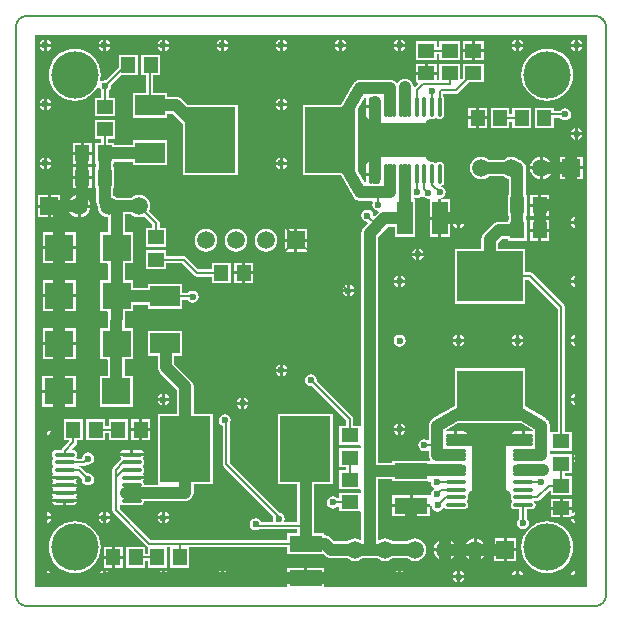
<source format=gtl>
%FSAX44Y44*%
%MOMM*%
G71*
G01*
G75*
G04 Layer_Physical_Order=1*
G04 Layer_Color=255*
%ADD10C,0.1524*%
%ADD11C,0.1524*%
%ADD12C,1.0000*%
%ADD13R,2.8000X1.3500*%
%ADD14R,1.3500X1.2000*%
%ADD15R,1.2000X1.3500*%
%ADD16R,5.5500X4.2500*%
%ADD17R,4.2500X5.5500*%
%ADD18R,2.5000X1.7000*%
%ADD19R,2.4500X2.2500*%
%ADD20R,1.3500X2.8000*%
%ADD21O,1.7000X0.3500*%
%ADD22R,3.0000X4.2000*%
%ADD23R,4.2000X3.0000*%
%ADD24O,0.3500X1.7000*%
%ADD25C,0.2032*%
%ADD26C,4.0000*%
%ADD27C,1.5000*%
%ADD28R,1.5000X1.5000*%
%ADD29C,0.6000*%
G36*
X00991431Y00888786D02*
X00990167Y00888661D01*
X00990110Y00888951D01*
X00989005Y00890605D01*
X00987351Y00891710D01*
X00986670Y00891845D01*
Y00886998D01*
Y00882155D01*
X00987351Y00882290D01*
X00989005Y00883395D01*
X00990110Y00885049D01*
X00990167Y00885339D01*
X00991431Y00885214D01*
Y00778569D01*
X00769364D01*
Y00784334D01*
X00753362D01*
Y00785602D01*
X00752094D01*
Y00794354D01*
X00737364D01*
Y00790049D01*
X00736244Y00789450D01*
X00734951Y00790314D01*
X00734270Y00790449D01*
Y00785602D01*
Y00780759D01*
X00734951Y00780894D01*
X00736244Y00781758D01*
X00737364Y00781159D01*
Y00778569D01*
X00524569D01*
Y01245431D01*
X00991431D01*
Y00888786D01*
D02*
G37*
%LPC*%
G36*
X00612496Y00920356D02*
X00605766D01*
Y00912876D01*
X00612496D01*
Y00920356D01*
D02*
G37*
G36*
X00531730Y00916845D02*
X00531049Y00916710D01*
X00529395Y00915605D01*
X00528290Y00913951D01*
X00528155Y00913270D01*
X00531730D01*
Y00916845D01*
D02*
G37*
G36*
X00621766Y00920356D02*
X00615036D01*
Y00912876D01*
X00621766D01*
Y00920356D01*
D02*
G37*
G36*
X00936296Y00910135D02*
X00930816D01*
X00929353Y00909844D01*
X00928112Y00909016D01*
X00927284Y00907775D01*
X00927245Y00907582D01*
X00936296D01*
Y00910135D01*
D02*
G37*
G36*
X00831730Y00910730D02*
X00828155D01*
X00828290Y00910049D01*
X00829395Y00908395D01*
X00831049Y00907290D01*
X00831730Y00907155D01*
Y00910730D01*
D02*
G37*
G36*
X00537845D02*
X00534270D01*
Y00907155D01*
X00534951Y00907290D01*
X00536605Y00908395D01*
X00537710Y00910049D01*
X00537845Y00910730D01*
D02*
G37*
G36*
X00887316Y00910135D02*
X00881836D01*
Y00907582D01*
X00890887D01*
X00890848Y00907775D01*
X00890020Y00909016D01*
X00888779Y00909844D01*
X00887316Y00910135D01*
D02*
G37*
G36*
X00837845Y00910730D02*
X00834270D01*
Y00907155D01*
X00834951Y00907290D01*
X00836605Y00908395D01*
X00837710Y00910049D01*
X00837845Y00910730D01*
D02*
G37*
G36*
X00534270Y00916845D02*
Y00913270D01*
X00537845D01*
X00537710Y00913951D01*
X00536605Y00915605D01*
X00534951Y00916710D01*
X00534270Y00916845D01*
D02*
G37*
G36*
X00558960Y00942594D02*
X00545980D01*
Y00930614D01*
X00558960D01*
Y00942594D01*
D02*
G37*
G36*
X00543440D02*
X00530460D01*
Y00930614D01*
X00543440D01*
Y00942594D01*
D02*
G37*
G36*
X00637845Y00935730D02*
X00634270D01*
Y00932155D01*
X00634951Y00932290D01*
X00636605Y00933395D01*
X00637710Y00935049D01*
X00637845Y00935730D01*
D02*
G37*
G36*
X00631730D02*
X00628155D01*
X00628290Y00935049D01*
X00629395Y00933395D01*
X00631049Y00932290D01*
X00631730Y00932155D01*
Y00935730D01*
D02*
G37*
G36*
X00704921Y00932740D02*
X00701346D01*
Y00929165D01*
X00702027Y00929300D01*
X00703681Y00930405D01*
X00704786Y00932059D01*
X00704921Y00932740D01*
D02*
G37*
G36*
X00834270Y00916845D02*
Y00913270D01*
X00837845D01*
X00837710Y00913951D01*
X00836605Y00915605D01*
X00834951Y00916710D01*
X00834270Y00916845D01*
D02*
G37*
G36*
X00831730D02*
X00831049Y00916710D01*
X00829395Y00915605D01*
X00828290Y00913951D01*
X00828155Y00913270D01*
X00831730D01*
Y00916845D01*
D02*
G37*
G36*
X00698806Y00932740D02*
X00695231D01*
X00695366Y00932059D01*
X00696471Y00930405D01*
X00698125Y00929300D01*
X00698806Y00929165D01*
Y00932740D01*
D02*
G37*
G36*
X00602766Y00920356D02*
X00586766D01*
Y00914681D01*
X00583920D01*
Y00920356D01*
X00567920D01*
Y00902856D01*
X00583920D01*
Y00908531D01*
X00586766D01*
Y00902856D01*
X00602766D01*
Y00920356D01*
D02*
G37*
G36*
X00841502Y00855822D02*
X00826772D01*
Y00848342D01*
X00841502D01*
Y00855822D01*
D02*
G37*
G36*
X00559671Y00850196D02*
X00550620D01*
Y00847643D01*
X00556100D01*
X00557563Y00847934D01*
X00558804Y00848762D01*
X00559632Y00850003D01*
X00559671Y00850196D01*
D02*
G37*
G36*
Y00863196D02*
X00539029D01*
X00539068Y00863003D01*
X00539896Y00861762D01*
Y00860670D01*
X00539068Y00859429D01*
X00539029Y00859236D01*
X00559671D01*
X00559632Y00859429D01*
X00558804Y00860670D01*
Y00861762D01*
X00559632Y00863003D01*
X00559671Y00863196D01*
D02*
G37*
G36*
Y00856696D02*
X00539029D01*
X00539068Y00856503D01*
X00539896Y00855263D01*
Y00854170D01*
X00539068Y00852929D01*
X00539029Y00852736D01*
X00559671D01*
X00559632Y00852929D01*
X00558804Y00854170D01*
Y00855263D01*
X00559632Y00856503D01*
X00559671Y00856696D01*
D02*
G37*
G36*
X00548080Y00850196D02*
X00539029D01*
X00539068Y00850003D01*
X00539896Y00848762D01*
X00541137Y00847934D01*
X00542600Y00847643D01*
X00548080D01*
Y00850196D01*
D02*
G37*
G36*
X00858772Y00845802D02*
X00844042D01*
Y00838322D01*
X00858772D01*
Y00845802D01*
D02*
G37*
G36*
X00841502D02*
X00826772D01*
Y00838322D01*
X00841502D01*
Y00845802D01*
D02*
G37*
G36*
X00978776Y00853210D02*
X00971296D01*
Y00846480D01*
X00978776D01*
Y00853210D01*
D02*
G37*
G36*
X00968756D02*
X00961276D01*
Y00846480D01*
X00968756D01*
Y00853210D01*
D02*
G37*
G36*
X00612496Y00910336D02*
X00605766D01*
Y00902856D01*
X00612496D01*
Y00910336D01*
D02*
G37*
G36*
X00613100Y00894289D02*
X00607620D01*
Y00891736D01*
X00616671D01*
X00616632Y00891929D01*
X00615804Y00893170D01*
X00614563Y00893998D01*
X00613100Y00894289D01*
D02*
G37*
G36*
X00531730Y00910730D02*
X00528155D01*
X00528290Y00910049D01*
X00529395Y00908395D01*
X00531049Y00907290D01*
X00531730Y00907155D01*
Y00910730D01*
D02*
G37*
G36*
X00621766Y00910336D02*
X00615036D01*
Y00902856D01*
X00621766D01*
Y00910336D01*
D02*
G37*
G36*
X00605080Y00894289D02*
X00599600D01*
X00598137Y00893998D01*
X00596896Y00893170D01*
X00596068Y00891929D01*
X00596029Y00891736D01*
X00605080D01*
Y00894289D01*
D02*
G37*
G36*
X00564920Y00920356D02*
X00548920D01*
Y00902856D01*
X00552932D01*
X00553418Y00901683D01*
X00547176Y00895440D01*
X00546509Y00894443D01*
X00546479Y00894289D01*
X00542600D01*
X00541137Y00893998D01*
X00539896Y00893170D01*
X00539068Y00891929D01*
X00538777Y00890466D01*
X00539068Y00889003D01*
X00539896Y00887763D01*
Y00886670D01*
X00539068Y00885429D01*
X00538777Y00883966D01*
X00539068Y00882503D01*
X00539896Y00881262D01*
Y00880170D01*
X00539068Y00878929D01*
X00538777Y00877466D01*
X00539068Y00876003D01*
X00539896Y00874762D01*
Y00873670D01*
X00539068Y00872429D01*
X00539029Y00872236D01*
X00559671D01*
X00559632Y00872429D01*
X00558804Y00873670D01*
X00558248Y00874041D01*
X00558597Y00874391D01*
X00559916D01*
X00564240Y00870067D01*
X00564116Y00869442D01*
X00564504Y00867491D01*
X00565609Y00865837D01*
X00567263Y00864732D01*
X00569214Y00864344D01*
X00571165Y00864732D01*
X00572819Y00865837D01*
X00573924Y00867491D01*
X00574312Y00869442D01*
X00573924Y00871393D01*
X00572819Y00873047D01*
X00571165Y00874152D01*
X00569214Y00874540D01*
X00568589Y00874416D01*
X00563364Y00879640D01*
X00562367Y00880307D01*
X00561190Y00880541D01*
X00561540Y00880891D01*
X00565450D01*
X00565450Y00880891D01*
X00566627Y00881125D01*
X00567624Y00881792D01*
X00568097Y00882264D01*
X00569316Y00882022D01*
X00571267Y00882410D01*
X00572921Y00883515D01*
X00574026Y00885169D01*
X00574414Y00887120D01*
X00574026Y00889071D01*
X00572921Y00890725D01*
X00571267Y00891830D01*
X00569316Y00892218D01*
X00567365Y00891830D01*
X00565711Y00890725D01*
X00564606Y00889071D01*
X00564218Y00887120D01*
X00563820Y00887041D01*
X00559669D01*
X00559070Y00888161D01*
X00559632Y00889003D01*
X00559923Y00890466D01*
X00559632Y00891929D01*
X00558804Y00893170D01*
X00557563Y00893998D01*
X00556100Y00894289D01*
X00555696Y00895264D01*
X00559094Y00898662D01*
X00559761Y00899659D01*
X00559995Y00900836D01*
X00559995Y00900836D01*
Y00902856D01*
X00564920D01*
Y00920356D01*
D02*
G37*
G36*
X00559671Y00869696D02*
X00539029D01*
X00539068Y00869503D01*
X00539896Y00868262D01*
Y00867170D01*
X00539068Y00865929D01*
X00539029Y00865736D01*
X00559671D01*
X00559632Y00865929D01*
X00558804Y00867170D01*
Y00868262D01*
X00559632Y00869503D01*
X00559671Y00869696D01*
D02*
G37*
G36*
X00984130Y00891845D02*
X00983449Y00891710D01*
X00981795Y00890605D01*
X00980690Y00888951D01*
X00980555Y00888270D01*
X00984130D01*
Y00891845D01*
D02*
G37*
G36*
Y00885730D02*
X00980555D01*
X00980690Y00885049D01*
X00981795Y00883395D01*
X00983449Y00882290D01*
X00984130Y00882155D01*
Y00885730D01*
D02*
G37*
G36*
X00881730Y00991845D02*
X00881049Y00991710D01*
X00879395Y00990605D01*
X00878290Y00988951D01*
X00878155Y00988270D01*
X00881730D01*
Y00991845D01*
D02*
G37*
G36*
X00559214Y00997500D02*
X00546234D01*
Y00985520D01*
X00559214D01*
Y00997500D01*
D02*
G37*
G36*
X00931730Y00991845D02*
X00931049Y00991710D01*
X00929395Y00990605D01*
X00928290Y00988951D01*
X00928155Y00988270D01*
X00931730D01*
Y00991845D01*
D02*
G37*
G36*
X00884270D02*
Y00988270D01*
X00887845D01*
X00887710Y00988951D01*
X00886605Y00990605D01*
X00884951Y00991710D01*
X00884270Y00991845D01*
D02*
G37*
G36*
X00543694Y00997500D02*
X00530714D01*
Y00985520D01*
X00543694D01*
Y00997500D01*
D02*
G37*
G36*
X00937845Y00985730D02*
X00934270D01*
Y00982155D01*
X00934951Y00982290D01*
X00936605Y00983395D01*
X00937710Y00985049D01*
X00937845Y00985730D01*
D02*
G37*
G36*
X00931730D02*
X00928155D01*
X00928290Y00985049D01*
X00929395Y00983395D01*
X00931049Y00982290D01*
X00931730Y00982155D01*
Y00985730D01*
D02*
G37*
G36*
X00987845D02*
X00984270D01*
Y00982155D01*
X00984951Y00982290D01*
X00986605Y00983395D01*
X00987710Y00985049D01*
X00987845Y00985730D01*
D02*
G37*
G36*
X00981730D02*
X00978155D01*
X00978290Y00985049D01*
X00979395Y00983395D01*
X00981049Y00982290D01*
X00981730Y00982155D01*
Y00985730D01*
D02*
G37*
G36*
X00794531Y01027938D02*
X00790956D01*
Y01024363D01*
X00791637Y01024498D01*
X00793291Y01025603D01*
X00794396Y01027257D01*
X00794531Y01027938D01*
D02*
G37*
G36*
X00788416D02*
X00784841D01*
X00784976Y01027257D01*
X00786081Y01025603D01*
X00787735Y01024498D01*
X00788416Y01024363D01*
Y01027938D01*
D02*
G37*
G36*
X00559214Y01038140D02*
X00546234D01*
Y01026160D01*
X00559214D01*
Y01038140D01*
D02*
G37*
G36*
X00543694D02*
X00530714D01*
Y01026160D01*
X00543694D01*
Y01038140D01*
D02*
G37*
G36*
X00559214Y01023620D02*
X00546234D01*
Y01011640D01*
X00559214D01*
Y01023620D01*
D02*
G37*
G36*
X00981730Y00991845D02*
X00981049Y00991710D01*
X00979395Y00990605D01*
X00978290Y00988951D01*
X00978155Y00988270D01*
X00981730D01*
Y00991845D01*
D02*
G37*
G36*
X00934270D02*
Y00988270D01*
X00937845D01*
X00937710Y00988951D01*
X00936605Y00990605D01*
X00934951Y00991710D01*
X00934270Y00991845D01*
D02*
G37*
G36*
X00543694Y01023620D02*
X00530714D01*
Y01011640D01*
X00543694D01*
Y01023620D01*
D02*
G37*
G36*
X00984270Y00991845D02*
Y00988270D01*
X00987845D01*
X00987710Y00988951D01*
X00986605Y00990605D01*
X00984951Y00991710D01*
X00984270Y00991845D01*
D02*
G37*
G36*
X00887845Y00985730D02*
X00884270D01*
Y00982155D01*
X00884951Y00982290D01*
X00886605Y00983395D01*
X00887710Y00985049D01*
X00887845Y00985730D01*
D02*
G37*
G36*
X00981730Y00941845D02*
X00981049Y00941710D01*
X00979395Y00940605D01*
X00978290Y00938951D01*
X00978155Y00938270D01*
X00981730D01*
Y00941845D01*
D02*
G37*
G36*
X00634270D02*
Y00938270D01*
X00637845D01*
X00637710Y00938951D01*
X00636605Y00940605D01*
X00634951Y00941710D01*
X00634270Y00941845D01*
D02*
G37*
G36*
X00543440Y00957114D02*
X00530460D01*
Y00945134D01*
X00543440D01*
Y00957114D01*
D02*
G37*
G36*
X00984270Y00941845D02*
Y00938270D01*
X00987845D01*
X00987710Y00938951D01*
X00986605Y00940605D01*
X00984951Y00941710D01*
X00984270Y00941845D01*
D02*
G37*
G36*
X00631730D02*
X00631049Y00941710D01*
X00629395Y00940605D01*
X00628290Y00938951D01*
X00628155Y00938270D01*
X00631730D01*
Y00941845D01*
D02*
G37*
G36*
X00987845Y00935730D02*
X00984270D01*
Y00932155D01*
X00984951Y00932290D01*
X00986605Y00933395D01*
X00987710Y00935049D01*
X00987845Y00935730D01*
D02*
G37*
G36*
X00981730D02*
X00978155D01*
X00978290Y00935049D01*
X00979395Y00933395D01*
X00981049Y00932290D01*
X00981730Y00932155D01*
Y00935730D01*
D02*
G37*
G36*
X00701346Y00938855D02*
Y00935280D01*
X00704921D01*
X00704786Y00935961D01*
X00703681Y00937615D01*
X00702027Y00938720D01*
X00701346Y00938855D01*
D02*
G37*
G36*
X00698806D02*
X00698125Y00938720D01*
X00696471Y00937615D01*
X00695366Y00935961D01*
X00695231Y00935280D01*
X00698806D01*
Y00938855D01*
D02*
G37*
G36*
X00559214Y00982980D02*
X00546234D01*
Y00971000D01*
X00559214D01*
Y00982980D01*
D02*
G37*
G36*
X00543694D02*
X00530714D01*
Y00971000D01*
X00543694D01*
Y00982980D01*
D02*
G37*
G36*
X00881730Y00985730D02*
X00878155D01*
X00878290Y00985049D01*
X00879395Y00983395D01*
X00881049Y00982290D01*
X00881730Y00982155D01*
Y00985730D01*
D02*
G37*
G36*
X00833000Y00992098D02*
X00831049Y00991710D01*
X00829395Y00990605D01*
X00828290Y00988951D01*
X00827902Y00987000D01*
X00828290Y00985049D01*
X00829395Y00983395D01*
X00831049Y00982290D01*
X00833000Y00981902D01*
X00834951Y00982290D01*
X00836605Y00983395D01*
X00837710Y00985049D01*
X00838098Y00987000D01*
X00837710Y00988951D01*
X00836605Y00990605D01*
X00834951Y00991710D01*
X00833000Y00992098D01*
D02*
G37*
G36*
X00734270Y00966845D02*
Y00963270D01*
X00737845D01*
X00737710Y00963951D01*
X00736605Y00965605D01*
X00734951Y00966710D01*
X00734270Y00966845D01*
D02*
G37*
G36*
X00731730Y00960730D02*
X00728155D01*
X00728290Y00960049D01*
X00729395Y00958395D01*
X00731049Y00957290D01*
X00731730Y00957155D01*
Y00960730D01*
D02*
G37*
G36*
X00558960Y00957114D02*
X00545980D01*
Y00945134D01*
X00558960D01*
Y00957114D01*
D02*
G37*
G36*
X00731730Y00966845D02*
X00731049Y00966710D01*
X00729395Y00965605D01*
X00728290Y00963951D01*
X00728155Y00963270D01*
X00731730D01*
Y00966845D01*
D02*
G37*
G36*
X00737845Y00960730D02*
X00734270D01*
Y00957155D01*
X00734951Y00957290D01*
X00736605Y00958395D01*
X00737710Y00960049D01*
X00737845Y00960730D01*
D02*
G37*
G36*
X00581730Y00791845D02*
X00581049Y00791710D01*
X00579395Y00790605D01*
X00578290Y00788951D01*
X00578155Y00788270D01*
X00581730D01*
Y00791845D01*
D02*
G37*
G36*
X00534270D02*
Y00788270D01*
X00537845D01*
X00537710Y00788951D01*
X00536605Y00790605D01*
X00534951Y00791710D01*
X00534270Y00791845D01*
D02*
G37*
G36*
X00631730D02*
X00631049Y00791710D01*
X00629395Y00790605D01*
X00628290Y00788951D01*
X00628155Y00788270D01*
X00631730D01*
Y00791845D01*
D02*
G37*
G36*
X00584270D02*
Y00788270D01*
X00587845D01*
X00587710Y00788951D01*
X00586605Y00790605D01*
X00584951Y00791710D01*
X00584270Y00791845D01*
D02*
G37*
G36*
X00531730D02*
X00531049Y00791710D01*
X00529395Y00790605D01*
X00528290Y00788951D01*
X00528155Y00788270D01*
X00531730D01*
Y00791845D01*
D02*
G37*
G36*
X00769364Y00794354D02*
X00754634D01*
Y00786874D01*
X00769364D01*
Y00794354D01*
D02*
G37*
G36*
X00731730Y00790449D02*
X00731049Y00790314D01*
X00729395Y00789209D01*
X00728290Y00787555D01*
X00728155Y00786874D01*
X00731730D01*
Y00790449D01*
D02*
G37*
G36*
X00784270D02*
Y00786874D01*
X00787845D01*
X00787710Y00787555D01*
X00786605Y00789209D01*
X00784951Y00790314D01*
X00784270Y00790449D01*
D02*
G37*
G36*
X00781730D02*
X00781049Y00790314D01*
X00779395Y00789209D01*
X00778290Y00787555D01*
X00778155Y00786874D01*
X00781730D01*
Y00790449D01*
D02*
G37*
G36*
X00884270Y00791845D02*
Y00788270D01*
X00887845D01*
X00887710Y00788951D01*
X00886605Y00790605D01*
X00884951Y00791710D01*
X00884270Y00791845D01*
D02*
G37*
G36*
X00881730D02*
X00881049Y00791710D01*
X00879395Y00790605D01*
X00878290Y00788951D01*
X00878155Y00788270D01*
X00881730D01*
Y00791845D01*
D02*
G37*
G36*
X00934270D02*
Y00788270D01*
X00937845D01*
X00937710Y00788951D01*
X00936605Y00790605D01*
X00934951Y00791710D01*
X00934270Y00791845D01*
D02*
G37*
G36*
X00931730D02*
X00931049Y00791710D01*
X00929395Y00790605D01*
X00928290Y00788951D01*
X00928155Y00788270D01*
X00931730D01*
Y00791845D01*
D02*
G37*
G36*
X00834270D02*
Y00788270D01*
X00837845D01*
X00837710Y00788951D01*
X00836605Y00790605D01*
X00834951Y00791710D01*
X00834270Y00791845D01*
D02*
G37*
G36*
X00681730D02*
X00681049Y00791710D01*
X00679395Y00790605D01*
X00678290Y00788951D01*
X00678155Y00788270D01*
X00681730D01*
Y00791845D01*
D02*
G37*
G36*
X00634270D02*
Y00788270D01*
X00637845D01*
X00637710Y00788951D01*
X00636605Y00790605D01*
X00634951Y00791710D01*
X00634270Y00791845D01*
D02*
G37*
G36*
X00831730D02*
X00831049Y00791710D01*
X00829395Y00790605D01*
X00828290Y00788951D01*
X00828155Y00788270D01*
X00831730D01*
Y00791845D01*
D02*
G37*
G36*
X00684270D02*
Y00788270D01*
X00687845D01*
X00687710Y00788951D01*
X00686605Y00790605D01*
X00684951Y00791710D01*
X00684270Y00791845D01*
D02*
G37*
G36*
X00987845Y00785730D02*
X00984270D01*
Y00782155D01*
X00984951Y00782290D01*
X00986605Y00783395D01*
X00987710Y00785049D01*
X00987845Y00785730D01*
D02*
G37*
G36*
X00587845D02*
X00584270D01*
Y00782155D01*
X00584951Y00782290D01*
X00586605Y00783395D01*
X00587710Y00785049D01*
X00587845Y00785730D01*
D02*
G37*
G36*
X00581730D02*
X00578155D01*
X00578290Y00785049D01*
X00579395Y00783395D01*
X00581049Y00782290D01*
X00581730Y00782155D01*
Y00785730D01*
D02*
G37*
G36*
X00637845D02*
X00634270D01*
Y00782155D01*
X00634951Y00782290D01*
X00636605Y00783395D01*
X00637710Y00785049D01*
X00637845Y00785730D01*
D02*
G37*
G36*
X00631730D02*
X00628155D01*
X00628290Y00785049D01*
X00629395Y00783395D01*
X00631049Y00782290D01*
X00631730Y00782155D01*
Y00785730D01*
D02*
G37*
G36*
X00537845D02*
X00534270D01*
Y00782155D01*
X00534951Y00782290D01*
X00536605Y00783395D01*
X00537710Y00785049D01*
X00537845Y00785730D01*
D02*
G37*
G36*
X00781730Y00784334D02*
X00778155D01*
X00778290Y00783653D01*
X00779395Y00781999D01*
X00781049Y00780894D01*
X00781730Y00780759D01*
Y00784334D01*
D02*
G37*
G36*
X00731730D02*
X00728155D01*
X00728290Y00783653D01*
X00729395Y00781999D01*
X00731049Y00780894D01*
X00731730Y00780759D01*
Y00784334D01*
D02*
G37*
G36*
X00531730Y00785730D02*
X00528155D01*
X00528290Y00785049D01*
X00529395Y00783395D01*
X00531049Y00782290D01*
X00531730Y00782155D01*
Y00785730D01*
D02*
G37*
G36*
X00787845Y00784334D02*
X00784270D01*
Y00780759D01*
X00784951Y00780894D01*
X00786605Y00781999D01*
X00787710Y00783653D01*
X00787845Y00784334D01*
D02*
G37*
G36*
X00931730Y00785730D02*
X00928155D01*
X00928290Y00785049D01*
X00929395Y00783395D01*
X00931049Y00782290D01*
X00931730Y00782155D01*
Y00785730D01*
D02*
G37*
G36*
X00887845D02*
X00884270D01*
Y00782155D01*
X00884951Y00782290D01*
X00886605Y00783395D01*
X00887710Y00785049D01*
X00887845Y00785730D01*
D02*
G37*
G36*
X00981730D02*
X00978155D01*
X00978290Y00785049D01*
X00979395Y00783395D01*
X00981049Y00782290D01*
X00981730Y00782155D01*
Y00785730D01*
D02*
G37*
G36*
X00937845D02*
X00934270D01*
Y00782155D01*
X00934951Y00782290D01*
X00936605Y00783395D01*
X00937710Y00785049D01*
X00937845Y00785730D01*
D02*
G37*
G36*
X00881730D02*
X00878155D01*
X00878290Y00785049D01*
X00879395Y00783395D01*
X00881049Y00782290D01*
X00881730Y00782155D01*
Y00785730D01*
D02*
G37*
G36*
X00687845D02*
X00684270D01*
Y00782155D01*
X00684951Y00782290D01*
X00686605Y00783395D01*
X00687710Y00785049D01*
X00687845Y00785730D01*
D02*
G37*
G36*
X00681730D02*
X00678155D01*
X00678290Y00785049D01*
X00679395Y00783395D01*
X00681049Y00782290D01*
X00681730Y00782155D01*
Y00785730D01*
D02*
G37*
G36*
X00837845D02*
X00834270D01*
Y00782155D01*
X00834951Y00782290D01*
X00836605Y00783395D01*
X00837710Y00785049D01*
X00837845Y00785730D01*
D02*
G37*
G36*
X00831730D02*
X00828155D01*
X00828290Y00785049D01*
X00829395Y00783395D01*
X00831049Y00782290D01*
X00831730Y00782155D01*
Y00785730D01*
D02*
G37*
G36*
X00637845Y00835730D02*
X00634270D01*
Y00832155D01*
X00634951Y00832290D01*
X00636605Y00833395D01*
X00637710Y00835049D01*
X00637845Y00835730D01*
D02*
G37*
G36*
X00631730D02*
X00628155D01*
X00628290Y00835049D01*
X00629395Y00833395D01*
X00631049Y00832290D01*
X00631730Y00832155D01*
Y00835730D01*
D02*
G37*
G36*
X00987845D02*
X00984270D01*
Y00832155D01*
X00984951Y00832290D01*
X00986605Y00833395D01*
X00987710Y00835049D01*
X00987845Y00835730D01*
D02*
G37*
G36*
X00981730D02*
X00978155D01*
X00978290Y00835049D01*
X00979395Y00833395D01*
X00981049Y00832290D01*
X00981730Y00832155D01*
Y00835730D01*
D02*
G37*
G36*
X00587845D02*
X00584270D01*
Y00832155D01*
X00584951Y00832290D01*
X00586605Y00833395D01*
X00587710Y00835049D01*
X00587845Y00835730D01*
D02*
G37*
G36*
X00531730D02*
X00528155D01*
X00528290Y00835049D01*
X00529395Y00833395D01*
X00531049Y00832290D01*
X00531730Y00832155D01*
Y00835730D01*
D02*
G37*
G36*
X00931774Y00819506D02*
X00923544D01*
Y00811276D01*
X00931774D01*
Y00819506D01*
D02*
G37*
G36*
X00581730Y00835730D02*
X00578155D01*
X00578290Y00835049D01*
X00579395Y00833395D01*
X00581049Y00832290D01*
X00581730Y00832155D01*
Y00835730D01*
D02*
G37*
G36*
X00537845D02*
X00534270D01*
Y00832155D01*
X00534951Y00832290D01*
X00536605Y00833395D01*
X00537710Y00835049D01*
X00537845Y00835730D01*
D02*
G37*
G36*
X00631730Y00841845D02*
X00631049Y00841710D01*
X00629395Y00840605D01*
X00628290Y00838951D01*
X00628155Y00838270D01*
X00631730D01*
Y00841845D01*
D02*
G37*
G36*
X00584270D02*
Y00838270D01*
X00587845D01*
X00587710Y00838951D01*
X00586605Y00840605D01*
X00584951Y00841710D01*
X00584270Y00841845D01*
D02*
G37*
G36*
X00984270D02*
Y00838270D01*
X00987845D01*
X00987710Y00838951D01*
X00986605Y00840605D01*
X00984951Y00841710D01*
X00984270Y00841845D01*
D02*
G37*
G36*
X00634270D02*
Y00838270D01*
X00637845D01*
X00637710Y00838951D01*
X00636605Y00840605D01*
X00634951Y00841710D01*
X00634270Y00841845D01*
D02*
G37*
G36*
X00581730D02*
X00581049Y00841710D01*
X00579395Y00840605D01*
X00578290Y00838951D01*
X00578155Y00838270D01*
X00581730D01*
Y00841845D01*
D02*
G37*
G36*
X00968756Y00843940D02*
X00961276D01*
Y00837210D01*
X00968756D01*
Y00843940D01*
D02*
G37*
G36*
X00978776D02*
X00971296D01*
Y00837210D01*
X00977730D01*
X00977902Y00837001D01*
X00978154Y00838270D01*
X00981730D01*
Y00841845D01*
X00981049Y00841710D01*
X00979896Y00840939D01*
X00978776Y00841538D01*
Y00843940D01*
D02*
G37*
G36*
X00534270Y00841845D02*
Y00838270D01*
X00537845D01*
X00537710Y00838951D01*
X00536605Y00840605D01*
X00534951Y00841710D01*
X00534270Y00841845D01*
D02*
G37*
G36*
X00531730D02*
X00531049Y00841710D01*
X00529395Y00840605D01*
X00528290Y00838951D01*
X00528155Y00838270D01*
X00531730D01*
Y00841845D01*
D02*
G37*
G36*
X00921004Y00819506D02*
X00912774D01*
Y00811276D01*
X00921004D01*
Y00819506D01*
D02*
G37*
G36*
Y00808736D02*
X00912774D01*
Y00800506D01*
X00921004D01*
Y00808736D01*
D02*
G37*
G36*
X00598448Y00802132D02*
X00591718D01*
Y00794652D01*
X00598448D01*
Y00802132D01*
D02*
G37*
G36*
X00870204Y00808736D02*
X00862059D01*
X00862218Y00807526D01*
X00863176Y00805215D01*
X00864698Y00803231D01*
X00866683Y00801708D01*
X00868994Y00800751D01*
X00870204Y00800591D01*
Y00808736D01*
D02*
G37*
G36*
X00931774D02*
X00923544D01*
Y00800506D01*
X00931774D01*
Y00808736D01*
D02*
G37*
G36*
X00589178Y00802132D02*
X00582448D01*
Y00794652D01*
X00589178D01*
Y00802132D01*
D02*
G37*
G36*
X00984270Y00791845D02*
Y00788270D01*
X00987845D01*
X00987710Y00788951D01*
X00986605Y00790605D01*
X00984951Y00791710D01*
X00984270Y00791845D01*
D02*
G37*
G36*
X00981730D02*
X00981049Y00791710D01*
X00979395Y00790605D01*
X00978290Y00788951D01*
X00978155Y00788270D01*
X00981730D01*
Y00791845D01*
D02*
G37*
G36*
X00958000Y00834106D02*
X00953687Y00833682D01*
X00949540Y00832424D01*
X00945718Y00830381D01*
X00942368Y00827632D01*
X00939619Y00824282D01*
X00937576Y00820460D01*
X00936318Y00816313D01*
X00935894Y00812000D01*
X00936318Y00807687D01*
X00937576Y00803540D01*
X00939619Y00799718D01*
X00942368Y00796368D01*
X00945718Y00793619D01*
X00949540Y00791576D01*
X00953687Y00790318D01*
X00958000Y00789894D01*
X00962313Y00790318D01*
X00966460Y00791576D01*
X00970282Y00793619D01*
X00973632Y00796368D01*
X00976381Y00799718D01*
X00978424Y00803540D01*
X00979682Y00807687D01*
X00980106Y00812000D01*
X00979682Y00816313D01*
X00978424Y00820460D01*
X00976381Y00824282D01*
X00973632Y00827632D01*
X00970282Y00830381D01*
X00966460Y00832424D01*
X00962313Y00833682D01*
X00958000Y00834106D01*
D02*
G37*
G36*
X00558000D02*
X00553687Y00833682D01*
X00549540Y00832424D01*
X00545718Y00830381D01*
X00542368Y00827632D01*
X00539619Y00824282D01*
X00537576Y00820460D01*
X00536318Y00816313D01*
X00535894Y00812000D01*
X00536318Y00807687D01*
X00537576Y00803540D01*
X00539619Y00799718D01*
X00542368Y00796368D01*
X00545718Y00793619D01*
X00549540Y00791576D01*
X00553687Y00790318D01*
X00558000Y00789894D01*
X00562313Y00790318D01*
X00566460Y00791576D01*
X00570282Y00793619D01*
X00573632Y00796368D01*
X00576381Y00799718D01*
X00578424Y00803540D01*
X00579682Y00807687D01*
X00580106Y00812000D01*
X00579682Y00816313D01*
X00578424Y00820460D01*
X00576381Y00824282D01*
X00573632Y00827632D01*
X00570282Y00830381D01*
X00566460Y00832424D01*
X00562313Y00833682D01*
X00558000Y00834106D01*
D02*
G37*
G36*
X00872744Y00819421D02*
Y00811276D01*
X00880889D01*
X00880730Y00812486D01*
X00879772Y00814797D01*
X00878249Y00816781D01*
X00876265Y00818304D01*
X00873954Y00819261D01*
X00872744Y00819421D01*
D02*
G37*
G36*
X00870204D02*
X00868994Y00819261D01*
X00866683Y00818304D01*
X00864698Y00816781D01*
X00863176Y00814797D01*
X00862218Y00812486D01*
X00862059Y00811276D01*
X00870204D01*
Y00819421D01*
D02*
G37*
G36*
X00898144D02*
Y00811276D01*
X00906289D01*
X00906130Y00812486D01*
X00905172Y00814797D01*
X00903649Y00816781D01*
X00901665Y00818304D01*
X00899354Y00819261D01*
X00898144Y00819421D01*
D02*
G37*
G36*
X00895604D02*
X00894394Y00819261D01*
X00892083Y00818304D01*
X00890099Y00816781D01*
X00888576Y00814797D01*
X00887618Y00812486D01*
X00887459Y00811276D01*
X00895604D01*
Y00819421D01*
D02*
G37*
G36*
X00598448Y00812152D02*
X00591718D01*
Y00804672D01*
X00598448D01*
Y00812152D01*
D02*
G37*
G36*
X00895604Y00808736D02*
X00887459D01*
X00887618Y00807526D01*
X00888576Y00805215D01*
X00890099Y00803231D01*
X00892083Y00801708D01*
X00894394Y00800751D01*
X00895604Y00800591D01*
Y00808736D01*
D02*
G37*
G36*
X00880889D02*
X00872744D01*
Y00800591D01*
X00873954Y00800751D01*
X00876265Y00801708D01*
X00878249Y00803231D01*
X00879772Y00805215D01*
X00880730Y00807526D01*
X00880889Y00808736D01*
D02*
G37*
G36*
X00589178Y00812152D02*
X00582448D01*
Y00804672D01*
X00589178D01*
Y00812152D01*
D02*
G37*
G36*
X00906289Y00808736D02*
X00898144D01*
Y00800591D01*
X00899354Y00800751D01*
X00901665Y00801708D01*
X00903649Y00803231D01*
X00905172Y00805215D01*
X00906130Y00807526D01*
X00906289Y00808736D01*
D02*
G37*
G36*
X00788416Y01034053D02*
X00787735Y01033918D01*
X00786081Y01032813D01*
X00784976Y01031159D01*
X00784841Y01030478D01*
X00788416D01*
Y01034053D01*
D02*
G37*
G36*
X00531730Y01191845D02*
X00531049Y01191710D01*
X00529395Y01190605D01*
X00528290Y01188951D01*
X00528155Y01188270D01*
X00531730D01*
Y01191845D01*
D02*
G37*
G36*
X00737845Y01185730D02*
X00734270D01*
Y01182155D01*
X00734951Y01182290D01*
X00736605Y01183395D01*
X00737710Y01185049D01*
X00737845Y01185730D01*
D02*
G37*
G36*
X00731730Y01191845D02*
X00731049Y01191710D01*
X00729395Y01190605D01*
X00728290Y01188951D01*
X00728155Y01188270D01*
X00731730D01*
Y01191845D01*
D02*
G37*
G36*
X00534270D02*
Y01188270D01*
X00537845D01*
X00537710Y01188951D01*
X00536605Y01190605D01*
X00534951Y01191710D01*
X00534270Y01191845D01*
D02*
G37*
G36*
X00731730Y01185730D02*
X00728155D01*
X00728290Y01185049D01*
X00729395Y01183395D01*
X00731049Y01182290D01*
X00731730Y01182155D01*
Y01185730D01*
D02*
G37*
G36*
X00944396Y01184262D02*
X00928396D01*
Y01178587D01*
X00926058D01*
Y01184262D01*
X00910058D01*
Y01166762D01*
X00926058D01*
Y01172437D01*
X00928396D01*
Y01166762D01*
X00944396D01*
Y01184262D01*
D02*
G37*
G36*
X00907058D02*
X00900328D01*
Y01176782D01*
X00907058D01*
Y01184262D01*
D02*
G37*
G36*
X00537845Y01185730D02*
X00534270D01*
Y01182155D01*
X00534951Y01182290D01*
X00536605Y01183395D01*
X00537710Y01185049D01*
X00537845Y01185730D01*
D02*
G37*
G36*
X00531730D02*
X00528155D01*
X00528290Y01185049D01*
X00529395Y01183395D01*
X00531049Y01182290D01*
X00531730Y01182155D01*
Y01185730D01*
D02*
G37*
G36*
X00904100Y01231240D02*
X00896620D01*
Y01224510D01*
X00904100D01*
Y01231240D01*
D02*
G37*
G36*
X00894080D02*
X00886600D01*
Y01224510D01*
X00894080D01*
Y01231240D01*
D02*
G37*
G36*
X00537845Y01235730D02*
X00534270D01*
Y01232155D01*
X00534951Y01232290D01*
X00536605Y01233395D01*
X00537710Y01235049D01*
X00537845Y01235730D01*
D02*
G37*
G36*
X00531730D02*
X00528155D01*
X00528290Y01235049D01*
X00529395Y01233395D01*
X00531049Y01232290D01*
X00531730Y01232155D01*
Y01235730D01*
D02*
G37*
G36*
X00864476Y01221510D02*
X00856996D01*
Y01214780D01*
X00864476D01*
Y01221510D01*
D02*
G37*
G36*
X00958000Y01234106D02*
X00953687Y01233682D01*
X00949540Y01232424D01*
X00945718Y01230381D01*
X00942368Y01227632D01*
X00939619Y01224282D01*
X00937576Y01220460D01*
X00936318Y01216313D01*
X00935894Y01212000D01*
X00936318Y01207687D01*
X00937576Y01203540D01*
X00939619Y01199718D01*
X00942368Y01196368D01*
X00945718Y01193619D01*
X00949540Y01191576D01*
X00953687Y01190318D01*
X00958000Y01189894D01*
X00962313Y01190318D01*
X00966460Y01191576D01*
X00970282Y01193619D01*
X00973632Y01196368D01*
X00976381Y01199718D01*
X00978424Y01203540D01*
X00979682Y01207687D01*
X00980106Y01212000D01*
X00979682Y01216313D01*
X00978424Y01220460D01*
X00976381Y01224282D01*
X00973632Y01227632D01*
X00970282Y01230381D01*
X00966460Y01232424D01*
X00962313Y01233682D01*
X00958000Y01234106D01*
D02*
G37*
G36*
X00734270Y01191845D02*
Y01188270D01*
X00737845D01*
X00737710Y01188951D01*
X00736605Y01190605D01*
X00734951Y01191710D01*
X00734270Y01191845D01*
D02*
G37*
G36*
X00854456Y01221510D02*
X00846976D01*
Y01214780D01*
X00854456D01*
Y01221510D01*
D02*
G37*
G36*
X00904100Y01221510D02*
X00886600D01*
Y01209109D01*
X00885461Y01207970D01*
X00884288Y01208456D01*
Y01221510D01*
X00866788D01*
Y01207569D01*
X00864476D01*
Y01212240D01*
X00846976D01*
Y01205510D01*
X00847712D01*
X00848198Y01204337D01*
X00845829Y01201968D01*
X00844626Y01202376D01*
X00844512Y01203247D01*
X00843807Y01204950D01*
X00842684Y01206412D01*
X00841222Y01207534D01*
X00839519Y01208240D01*
X00837692Y01208480D01*
X00835865Y01208240D01*
X00834162Y01207534D01*
X00832700Y01206412D01*
X00831581Y01204955D01*
X00830311D01*
X00829730Y01205713D01*
X00828268Y01206834D01*
X00826565Y01207540D01*
X00824738Y01207780D01*
X00799692D01*
X00798791Y01207662D01*
X00797869Y01207541D01*
X00797867Y01207540D01*
X00797865Y01207540D01*
X00797021Y01207190D01*
X00796166Y01206837D01*
X00796164Y01206835D01*
X00796162Y01206834D01*
X00795417Y01206263D01*
X00794703Y01205716D01*
X00794701Y01205714D01*
X00794700Y01205713D01*
X00794130Y01204970D01*
X00793580Y01204254D01*
X00793577Y01204250D01*
Y01204250D01*
Y01204250D01*
X00783442Y01186720D01*
X00751146D01*
Y01127220D01*
X00783182D01*
X00793554Y01108969D01*
X00793568Y01108950D01*
X00793577Y01108928D01*
X00794124Y01108215D01*
X00794666Y01107500D01*
X00794685Y01107485D01*
X00794700Y01107466D01*
X00795412Y01106918D01*
X00796120Y01106368D01*
X00796143Y01106358D01*
X00796162Y01106344D01*
X00796990Y01106001D01*
X00797818Y01105651D01*
X00797842Y01105647D01*
X00797865Y01105638D01*
X00798754Y01105521D01*
X00799644Y01105398D01*
X00799668Y01105401D01*
X00799692Y01105398D01*
X00809841D01*
X00810439Y01104277D01*
X00810122Y01103803D01*
X00809734Y01101852D01*
X00810122Y01099901D01*
X00811227Y01098247D01*
X00812881Y01097142D01*
X00814832Y01096754D01*
X00814907Y01096769D01*
X00815431Y01095612D01*
X00815174Y01095414D01*
X00812188Y01092429D01*
X00810786Y01092708D01*
X00810398Y01094659D01*
X00809293Y01096313D01*
X00807639Y01097418D01*
X00805688Y01097806D01*
X00803737Y01097418D01*
X00802083Y01096313D01*
X00800978Y01094659D01*
X00800590Y01092708D01*
X00800978Y01090757D01*
X00802083Y01089103D01*
X00803737Y01087998D01*
X00805688Y01087610D01*
X00805967Y01086208D01*
X00802728Y01082968D01*
X00801606Y01081506D01*
X00800900Y01079803D01*
X00800660Y01077976D01*
Y00914882D01*
X00799452D01*
Y00914882D01*
X00793777D01*
Y00920750D01*
X00793543Y00921927D01*
X00792876Y00922924D01*
X00792876Y00922924D01*
X00762910Y00952891D01*
X00763034Y00953516D01*
X00762646Y00955467D01*
X00761541Y00957121D01*
X00759887Y00958226D01*
X00757936Y00958614D01*
X00755985Y00958226D01*
X00754331Y00957121D01*
X00753226Y00955467D01*
X00752838Y00953516D01*
X00753226Y00951565D01*
X00754331Y00949911D01*
X00755985Y00948806D01*
X00757936Y00948418D01*
X00758561Y00948542D01*
X00787627Y00919476D01*
Y00914882D01*
X00781952D01*
Y00898882D01*
X00799452D01*
Y00898882D01*
X00799762D01*
X00800660Y00897984D01*
Y00895882D01*
X00799452D01*
Y00895882D01*
X00781952D01*
Y00879882D01*
X00787627D01*
Y00877290D01*
X00781952D01*
Y00861290D01*
X00799452D01*
Y00861290D01*
X00799762D01*
X00800660Y00860392D01*
Y00858290D01*
X00799452D01*
Y00858290D01*
X00781952D01*
Y00853365D01*
X00780165D01*
X00780083Y00853489D01*
X00778429Y00854594D01*
X00776478Y00854982D01*
X00774527Y00854594D01*
X00772873Y00853489D01*
X00771768Y00851835D01*
X00771380Y00849884D01*
X00771768Y00847933D01*
X00772873Y00846279D01*
X00774527Y00845174D01*
X00776478Y00844786D01*
X00778429Y00845174D01*
X00780083Y00846279D01*
X00780708Y00847215D01*
X00781952D01*
Y00842290D01*
X00799452D01*
Y00842290D01*
X00799762D01*
X00800660Y00841392D01*
Y00819201D01*
X00799604Y00818495D01*
X00797754Y00819261D01*
X00795274Y00819588D01*
X00792794Y00819261D01*
X00790483Y00818304D01*
X00788870Y00817066D01*
X00777878D01*
X00774848Y00820096D01*
X00773386Y00821218D01*
X00771683Y00821924D01*
X00769856Y00822164D01*
X00769364D01*
Y00823854D01*
X00760424D01*
Y00865600D01*
X00776310D01*
Y00925100D01*
X00729810D01*
Y00865600D01*
X00746304D01*
Y00833227D01*
X00735997D01*
X00735468Y00834217D01*
X00735856Y00836168D01*
X00735468Y00838119D01*
X00734363Y00839773D01*
X00732709Y00840878D01*
X00732042Y00841011D01*
X00689383Y00883670D01*
Y00916983D01*
X00689748Y00917529D01*
X00690136Y00919480D01*
X00689748Y00921431D01*
X00688643Y00923085D01*
X00686989Y00924190D01*
X00685038Y00924578D01*
X00683087Y00924190D01*
X00681433Y00923085D01*
X00680328Y00921431D01*
X00679940Y00919480D01*
X00680328Y00917529D01*
X00681433Y00915875D01*
X00683087Y00914770D01*
X00683233Y00914741D01*
Y00882396D01*
X00683233Y00882396D01*
X00683467Y00881219D01*
X00684134Y00880222D01*
X00726124Y00838232D01*
X00726048Y00838119D01*
X00725660Y00836168D01*
X00726048Y00834217D01*
X00725519Y00833227D01*
X00715923D01*
X00715910Y00833293D01*
X00714805Y00834947D01*
X00713151Y00836052D01*
X00711200Y00836440D01*
X00709249Y00836052D01*
X00707595Y00834947D01*
X00706490Y00833293D01*
X00706102Y00831342D01*
X00706490Y00829391D01*
X00707595Y00827737D01*
X00709249Y00826632D01*
X00711200Y00826244D01*
X00713151Y00826632D01*
X00713817Y00827077D01*
X00746304D01*
Y00823854D01*
X00737364D01*
Y00818179D01*
X00622286D01*
X00596023Y00844442D01*
Y00847999D01*
X00597143Y00848598D01*
X00598137Y00847934D01*
X00599600Y00847643D01*
X00613100D01*
X00614563Y00847934D01*
X00615804Y00848762D01*
X00616632Y00850003D01*
X00616812Y00850906D01*
X00651560D01*
X00653387Y00851146D01*
X00655090Y00851852D01*
X00656552Y00852974D01*
X00657674Y00854436D01*
X00658380Y00856139D01*
X00658620Y00857966D01*
Y00865600D01*
X00674810D01*
Y00925100D01*
X00658620D01*
Y00948132D01*
X00658380Y00949959D01*
X00657674Y00951662D01*
X00656552Y00953124D01*
X00642314Y00967363D01*
Y00974070D01*
X00648738D01*
Y00995070D01*
X00619738D01*
Y00974070D01*
X00628194D01*
Y00964438D01*
X00628194Y00964438D01*
X00628194D01*
X00628434Y00962611D01*
X00629140Y00960908D01*
X00630262Y00959446D01*
X00644500Y00945208D01*
Y00925100D01*
X00628310D01*
Y00865600D01*
D01*
Y00865600D01*
X00627736Y00865026D01*
X00616812D01*
X00616632Y00865929D01*
X00615804Y00867170D01*
Y00868262D01*
X00616632Y00869503D01*
X00616671Y00869696D01*
X00606348D01*
Y00872236D01*
X00616671D01*
X00616632Y00872429D01*
X00615804Y00873670D01*
Y00874762D01*
X00616632Y00876003D01*
X00616923Y00877466D01*
X00616632Y00878929D01*
X00615804Y00880170D01*
Y00881262D01*
X00616632Y00882503D01*
X00616923Y00883966D01*
X00616632Y00885429D01*
X00615804Y00886670D01*
Y00887763D01*
X00616632Y00889003D01*
X00616671Y00889196D01*
X00596029D01*
X00596068Y00889003D01*
X00596896Y00887763D01*
Y00886670D01*
X00596068Y00885429D01*
X00595998Y00885081D01*
X00590774Y00879856D01*
X00590107Y00878859D01*
X00589873Y00877682D01*
X00589873Y00877682D01*
Y00871332D01*
X00589873Y00871332D01*
X00589873Y00871332D01*
Y00843168D01*
X00589873Y00843168D01*
X00590107Y00841991D01*
X00590774Y00840994D01*
X00618838Y00812930D01*
X00619786Y00812296D01*
X00619786Y00812152D01*
X00619786D01*
Y00806477D01*
X00617448D01*
Y00812152D01*
X00601448D01*
Y00794652D01*
X00617448D01*
Y00800327D01*
X00619786D01*
Y00794652D01*
X00635786D01*
Y00812029D01*
X00638786D01*
Y00794652D01*
X00654786D01*
Y00812029D01*
X00737364D01*
Y00806354D01*
X00768621D01*
X00769962Y00805014D01*
X00771424Y00803892D01*
X00773127Y00803186D01*
X00774954Y00802946D01*
X00788870D01*
X00790483Y00801708D01*
X00792794Y00800751D01*
X00795274Y00800424D01*
X00797754Y00800751D01*
X00800065Y00801708D01*
X00801678Y00802946D01*
X00814270D01*
X00815883Y00801708D01*
X00818194Y00800751D01*
X00820674Y00800424D01*
X00823154Y00800751D01*
X00825465Y00801708D01*
X00827078Y00802946D01*
X00839670D01*
X00841283Y00801708D01*
X00843594Y00800751D01*
X00846074Y00800424D01*
X00848554Y00800751D01*
X00850865Y00801708D01*
X00852849Y00803231D01*
X00854372Y00805215D01*
X00855330Y00807526D01*
X00855656Y00810006D01*
X00855330Y00812486D01*
X00854372Y00814797D01*
X00852849Y00816781D01*
X00850865Y00818304D01*
X00848554Y00819261D01*
X00846074Y00819588D01*
X00843594Y00819261D01*
X00841283Y00818304D01*
X00839670Y00817066D01*
X00827078D01*
X00825465Y00818304D01*
X00823154Y00819261D01*
X00820674Y00819588D01*
X00818194Y00819261D01*
X00815883Y00818304D01*
X00814780Y00818848D01*
Y00869512D01*
X00826772D01*
Y00867822D01*
X00854639D01*
X00859264Y00866902D01*
X00859652Y00864951D01*
X00860757Y00863297D01*
X00861952Y00862499D01*
Y00861229D01*
X00861011Y00860601D01*
X00859906Y00858947D01*
X00859518Y00856996D01*
X00859556Y00856804D01*
X00858751Y00855822D01*
X00858621D01*
Y00855822D01*
X00844042D01*
Y00848342D01*
X00858773D01*
Y00846573D01*
X00859512Y00847243D01*
X00859713Y00847263D01*
D01*
X00860036Y00847294D01*
X00860036D01*
D01*
X00860414Y00845393D01*
X00861519Y00843739D01*
X00863173Y00842634D01*
X00865124Y00842246D01*
X00867075Y00842634D01*
X00868729Y00843739D01*
X00869743Y00845257D01*
X00870517D01*
X00871089Y00845143D01*
X00871112Y00845108D01*
X00872353Y00844280D01*
X00873816Y00843989D01*
X00887316D01*
X00888779Y00844280D01*
X00890020Y00845108D01*
X00890848Y00846349D01*
X00891139Y00847812D01*
X00890848Y00849275D01*
X00890020Y00850516D01*
Y00851609D01*
X00890848Y00852849D01*
X00891090Y00854062D01*
X00892066D01*
Y00854062D01*
X00907796D01*
Y00877059D01*
Y00900062D01*
X00892066D01*
Y00900062D01*
X00891090D01*
X00891140Y00899812D01*
X00890887Y00898542D01*
X00880564D01*
Y00901082D01*
X00890887D01*
X00890848Y00901275D01*
X00890020Y00902515D01*
Y00903608D01*
X00890848Y00904849D01*
X00890887Y00905042D01*
X00880564D01*
Y00906310D01*
X00879296D01*
Y00910135D01*
X00873816D01*
X00873104Y00909994D01*
X00872828Y00910220D01*
X00872483Y00911149D01*
X00882566Y00916854D01*
X00935727D01*
X00945719Y00911134D01*
X00945410Y00910307D01*
X00945028Y00909994D01*
X00944316Y00910135D01*
X00938836D01*
Y00906310D01*
X00937569D01*
Y00905042D01*
X00927245D01*
X00927284Y00904849D01*
X00928112Y00903608D01*
Y00902515D01*
X00927284Y00901275D01*
X00927245Y00901082D01*
X00937569D01*
Y00898542D01*
X00927245D01*
X00926992Y00899812D01*
X00927042Y00900062D01*
X00926066D01*
Y00900062D01*
X00910336D01*
Y00877059D01*
Y00854062D01*
X00926066D01*
Y00854062D01*
X00927042D01*
X00927284Y00852849D01*
X00928112Y00851609D01*
Y00850516D01*
X00927284Y00849275D01*
X00926993Y00847812D01*
X00927284Y00846349D01*
X00928112Y00845108D01*
X00929353Y00844280D01*
X00930816Y00843989D01*
X00934491D01*
Y00838716D01*
X00934439Y00838454D01*
X00934439Y00838454D01*
Y00836317D01*
X00933909Y00835963D01*
X00932804Y00834309D01*
X00932416Y00832358D01*
X00932804Y00830407D01*
X00933909Y00828753D01*
X00935563Y00827648D01*
X00937514Y00827260D01*
X00939465Y00827648D01*
X00941119Y00828753D01*
X00942224Y00830407D01*
X00942612Y00832358D01*
X00942224Y00834309D01*
X00941119Y00835963D01*
X00940589Y00836317D01*
Y00838244D01*
X00940641Y00838506D01*
X00940641Y00838506D01*
Y00843989D01*
X00944316D01*
X00945779Y00844280D01*
X00947020Y00845108D01*
X00947848Y00846349D01*
X00948139Y00847812D01*
X00947848Y00849275D01*
X00947020Y00850516D01*
X00946464Y00850887D01*
X00946814Y00851237D01*
X00949308D01*
X00949308Y00851237D01*
X00950485Y00851471D01*
X00951482Y00852138D01*
X00960103Y00860758D01*
X00961276Y00860272D01*
Y00856210D01*
X00978776D01*
Y00872210D01*
X00973101D01*
Y00874802D01*
X00978776D01*
Y00890802D01*
X00961276D01*
Y00890802D01*
X00961029D01*
X00960130Y00891700D01*
Y00893802D01*
X00961276D01*
Y00893802D01*
X00978776D01*
Y00909802D01*
X00973101D01*
Y01015238D01*
X00973101Y01015238D01*
X00972867Y01016415D01*
X00972200Y01017412D01*
X00945834Y01043778D01*
X00944837Y01044445D01*
X00943660Y01044679D01*
X00943660Y01044679D01*
X00939070D01*
Y01064854D01*
X00916380D01*
Y01069717D01*
X00919865Y01073202D01*
X00924840D01*
Y01071512D01*
X00940840D01*
Y01089012D01*
X00939900D01*
Y01092594D01*
X00940840D01*
Y01110094D01*
X00939900D01*
Y01133094D01*
X00939660Y01134921D01*
X00938954Y01136624D01*
X00937832Y01138086D01*
X00936370Y01139209D01*
X00934667Y01139914D01*
X00934255Y01139968D01*
X00932399Y01141392D01*
X00930088Y01142349D01*
X00927608Y01142676D01*
X00925128Y01142349D01*
X00922817Y01141392D01*
X00921204Y01140154D01*
X00908612D01*
X00906999Y01141392D01*
X00904688Y01142349D01*
X00902208Y01142676D01*
X00899728Y01142349D01*
X00897417Y01141392D01*
X00895433Y01139869D01*
X00893910Y01137885D01*
X00892952Y01135574D01*
X00892626Y01133094D01*
X00892952Y01130614D01*
X00893910Y01128303D01*
X00895433Y01126319D01*
X00897417Y01124796D01*
X00899728Y01123839D01*
X00902208Y01123512D01*
X00904688Y01123839D01*
X00906999Y01124796D01*
X00908612Y01126034D01*
X00921204D01*
X00922817Y01124796D01*
X00925128Y01123839D01*
X00925780Y01123753D01*
Y01110094D01*
X00924840D01*
Y01092594D01*
X00925780D01*
Y01089012D01*
X00924840D01*
Y01087322D01*
X00916940D01*
X00915113Y01087082D01*
X00913410Y01086376D01*
X00911948Y01085254D01*
X00904328Y01077634D01*
X00903205Y01076172D01*
X00902500Y01074469D01*
X00902260Y01072642D01*
Y01064854D01*
X00879570D01*
Y01018354D01*
X00939070D01*
Y01038529D01*
X00942386D01*
X00966951Y01013964D01*
Y00909802D01*
X00961276D01*
Y00909802D01*
X00961029D01*
X00960130Y00910700D01*
Y00915062D01*
X00960129Y00915075D01*
X00960130Y00915088D01*
X00960009Y00915986D01*
X00959890Y00916889D01*
X00959885Y00916902D01*
X00959883Y00916915D01*
X00959532Y00917754D01*
X00959184Y00918592D01*
X00959176Y00918603D01*
X00959171Y00918615D01*
X00958616Y00919333D01*
X00958063Y00920054D01*
X00958052Y00920062D01*
X00958044Y00920073D01*
X00957321Y00920623D01*
X00956600Y00921177D01*
X00956588Y00921181D01*
X00956577Y00921190D01*
X00939070Y00931211D01*
Y00963354D01*
X00879570D01*
Y00931383D01*
X00861585Y00921207D01*
X00861560Y00921188D01*
X00861532Y00921177D01*
X00860825Y00920634D01*
X00860113Y00920098D01*
X00860094Y00920073D01*
X00860070Y00920054D01*
X00859527Y00919347D01*
X00858978Y00918645D01*
X00858966Y00918617D01*
X00858948Y00918592D01*
X00858607Y00917769D01*
X00858258Y00916949D01*
X00858254Y00916918D01*
X00858242Y00916889D01*
X00858126Y00916006D01*
X00858002Y00915123D01*
X00858006Y00915093D01*
X00858002Y00915062D01*
Y00903050D01*
X00856881Y00902451D01*
X00855899Y00903108D01*
X00853948Y00903496D01*
X00851997Y00903108D01*
X00850343Y00902003D01*
X00849238Y00900349D01*
X00848850Y00898398D01*
X00849238Y00896447D01*
X00850343Y00894793D01*
X00851997Y00893688D01*
X00853948Y00893300D01*
X00855899Y00893688D01*
X00856881Y00894345D01*
X00858002Y00893746D01*
Y00890016D01*
X00858242Y00888189D01*
X00858948Y00886486D01*
X00858967Y00886461D01*
X00858405Y00885322D01*
X00826772D01*
Y00883632D01*
X00814780D01*
Y01075051D01*
X00823091Y01083362D01*
X00828924D01*
Y01074422D01*
X00846424D01*
Y01106422D01*
X00845813D01*
X00845504Y01107654D01*
X00845854Y01107841D01*
X00845901Y01107810D01*
X00847852Y01107422D01*
X00849803Y01107810D01*
X00851457Y01108915D01*
X00851704Y01109285D01*
X00852974D01*
X00853391Y01108661D01*
X00855045Y01107556D01*
X00856996Y01107168D01*
X00857346Y01107238D01*
X00858402Y01106532D01*
X00858424Y01106422D01*
D01*
D01*
Y01106422D01*
X00858424D01*
Y01106115D01*
X00858424D01*
Y01091692D01*
X00865904D01*
Y01106423D01*
X00868353D01*
X00868228Y01107686D01*
X00868853Y01107810D01*
X00870507Y01108915D01*
X00871612Y01110569D01*
X00872000Y01112520D01*
X00871612Y01114471D01*
X00870507Y01116125D01*
X00868853Y01117230D01*
X00868683Y01117264D01*
X00868405Y01117680D01*
X00869646Y01118508D01*
X00869646Y01118508D01*
X00869646Y01118509D01*
X00870474Y01119749D01*
X00870765Y01121212D01*
Y01134712D01*
X00870474Y01136175D01*
X00869646Y01137416D01*
X00868405Y01138244D01*
X00866942Y01138535D01*
X00865479Y01138244D01*
X00864239Y01137416D01*
X00863146D01*
X00861905Y01138244D01*
X00860442Y01138535D01*
Y01139212D01*
X00860692Y01139462D01*
X00860692D01*
Y01155192D01*
X00814692D01*
Y01139462D01*
X00814692D01*
Y01138486D01*
X00814942Y01138536D01*
X00816212Y01138283D01*
Y01127960D01*
X00813672D01*
Y01138283D01*
X00813479Y01138244D01*
X00812238Y01137416D01*
X00811145D01*
X00809905Y01138244D01*
X00809712Y01138283D01*
Y01127960D01*
X00808445D01*
Y01126692D01*
X00804619D01*
Y01121212D01*
X00804760Y01120500D01*
X00804575Y01120274D01*
X00803309Y01120382D01*
X00797646Y01130348D01*
Y01183076D01*
X00803306Y01192866D01*
X00804572Y01192969D01*
X00804811Y01192678D01*
X00804619Y01191712D01*
Y01186232D01*
X00808445D01*
Y01184965D01*
X00809712D01*
Y01174641D01*
X00809905Y01174680D01*
X00811145Y01175508D01*
X00812238D01*
X00813479Y01174680D01*
X00813672Y01174641D01*
Y01184965D01*
X00816212D01*
Y01174641D01*
X00814942Y01174388D01*
X00814692Y01174438D01*
Y01173462D01*
X00814692D01*
Y01157732D01*
X00860692D01*
Y01173462D01*
X00860692D01*
Y01174438D01*
X00861905Y01174680D01*
X00863146Y01175508D01*
X00864239D01*
X00865479Y01174680D01*
X00866942Y01174389D01*
X00868405Y01174680D01*
X00869646Y01175508D01*
X00870474Y01176749D01*
X00870765Y01178212D01*
Y01191712D01*
X00870474Y01193175D01*
X00870017Y01193860D01*
Y01195837D01*
X00880752D01*
X00880752Y01195837D01*
X00881929Y01196071D01*
X00882926Y01196738D01*
X00891699Y01205510D01*
X00904100D01*
Y01221510D01*
D02*
G37*
G36*
X00897788Y01184262D02*
X00891058D01*
Y01176782D01*
X00897788D01*
Y01184262D01*
D02*
G37*
G36*
X00734270Y01141845D02*
Y01138270D01*
X00737845D01*
X00737710Y01138951D01*
X00736605Y01140605D01*
X00734951Y01141710D01*
X00734270Y01141845D01*
D02*
G37*
G36*
X00731730D02*
X00731049Y01141710D01*
X00729395Y01140605D01*
X00728290Y01138951D01*
X00728155Y01138270D01*
X00731730D01*
Y01141845D01*
D02*
G37*
G36*
X00572286Y01154290D02*
X00565556D01*
Y01146810D01*
X00572286D01*
Y01154290D01*
D02*
G37*
G36*
X00563016D02*
X00556286D01*
Y01146810D01*
X00563016D01*
Y01154290D01*
D02*
G37*
G36*
X00534270Y01141845D02*
Y01138270D01*
X00537845D01*
X00537710Y01138951D01*
X00536605Y01140605D01*
X00534951Y01141710D01*
X00534270Y01141845D01*
D02*
G37*
G36*
X00563016Y01144270D02*
X00556286D01*
Y01136790D01*
X00563016D01*
Y01144270D01*
D02*
G37*
G36*
X00592442Y01173758D02*
X00574942D01*
Y01157758D01*
X00580211D01*
Y01154290D01*
X00575286D01*
Y01136790D01*
X00576226D01*
Y01133716D01*
X00575286D01*
Y01116216D01*
X00576226D01*
Y01104544D01*
X00576466Y01102717D01*
X00577172Y01101014D01*
X00577434Y01100672D01*
X00577738Y01098356D01*
X00578696Y01096045D01*
X00580219Y01094061D01*
X00582203Y01092538D01*
X00584514Y01091581D01*
X00586404Y01091332D01*
Y01078780D01*
X00579214D01*
Y01052280D01*
X00585477D01*
X00586374Y01051381D01*
X00586347Y01038140D01*
X00579214D01*
Y01011640D01*
X00585392D01*
X00586289Y01010741D01*
X00586262Y00997500D01*
X00579214D01*
Y00971000D01*
X00585307D01*
X00586204Y00970101D01*
X00586177Y00957114D01*
X00578960D01*
Y00930614D01*
X00607460D01*
Y00957114D01*
X00601197D01*
X00600300Y00958013D01*
X00600327Y00971000D01*
X00607714D01*
Y00997500D01*
X00601281D01*
X00600384Y00998399D01*
X00600412Y01011640D01*
X00607714D01*
Y01017510D01*
X00619738D01*
Y01014070D01*
X00648738D01*
Y01021495D01*
X00653606D01*
X00654255Y01020523D01*
X00655909Y01019418D01*
X00657860Y01019030D01*
X00659811Y01019418D01*
X00661465Y01020523D01*
X00662570Y01022177D01*
X00662958Y01024128D01*
X00662570Y01026079D01*
X00661465Y01027733D01*
X00659811Y01028838D01*
X00657860Y01029226D01*
X00655909Y01028838D01*
X00654255Y01027733D01*
X00654197Y01027645D01*
X00648738D01*
Y01035070D01*
X00619738D01*
Y01031630D01*
X00607714D01*
Y01038140D01*
X00601366D01*
X00600469Y01039039D01*
X00600497Y01052280D01*
X00607714D01*
Y01078780D01*
X00600524D01*
Y01093776D01*
X00605990D01*
X00607603Y01092538D01*
X00609914Y01091581D01*
X00612394Y01091254D01*
X00614874Y01091581D01*
X00616590Y01092291D01*
X00623797Y01085084D01*
Y01082522D01*
X00618122D01*
Y01066522D01*
X00635622D01*
Y01082522D01*
X00629947D01*
Y01086358D01*
X00629947Y01086358D01*
X00629752Y01087339D01*
X00629713Y01087535D01*
X00629046Y01088532D01*
X00629046Y01088532D01*
X00620939Y01096640D01*
X00621650Y01098356D01*
X00621976Y01100836D01*
X00621650Y01103316D01*
X00620692Y01105627D01*
X00619169Y01107611D01*
X00617185Y01109134D01*
X00614874Y01110091D01*
X00612394Y01110418D01*
X00609914Y01110091D01*
X00607603Y01109134D01*
X00605990Y01107896D01*
X00593398D01*
X00591785Y01109134D01*
X00590346Y01109730D01*
Y01116216D01*
X00591286D01*
Y01133716D01*
X00590346D01*
Y01136790D01*
X00591286D01*
Y01138480D01*
X00607038D01*
Y01135614D01*
X00636038D01*
Y01156614D01*
X00607038D01*
Y01152600D01*
X00591286D01*
Y01154290D01*
X00586361D01*
Y01157758D01*
X00592442D01*
Y01173758D01*
D02*
G37*
G36*
X00531730Y01141845D02*
X00531049Y01141710D01*
X00529395Y01140605D01*
X00528290Y01138951D01*
X00528155Y01138270D01*
X00531730D01*
Y01141845D01*
D02*
G37*
G36*
X00572286Y01144270D02*
X00565556D01*
Y01136790D01*
X00572286D01*
Y01144270D01*
D02*
G37*
G36*
X00963396Y01184262D02*
X00947396D01*
Y01166762D01*
X00963396D01*
Y01175485D01*
X00969115D01*
X00969469Y01174955D01*
X00971123Y01173850D01*
X00973074Y01173462D01*
X00975025Y01173850D01*
X00976679Y01174955D01*
X00977784Y01176609D01*
X00978172Y01178560D01*
X00977784Y01180511D01*
X00976679Y01182165D01*
X00975025Y01183270D01*
X00973074Y01183658D01*
X00971123Y01183270D01*
X00969469Y01182165D01*
X00969115Y01181635D01*
X00963396D01*
Y01184262D01*
D02*
G37*
G36*
X00907058Y01174242D02*
X00900328D01*
Y01166762D01*
X00907058D01*
Y01174242D01*
D02*
G37*
G36*
X00558000Y01234106D02*
X00553687Y01233682D01*
X00549540Y01232424D01*
X00545718Y01230381D01*
X00542368Y01227632D01*
X00539619Y01224282D01*
X00537576Y01220460D01*
X00536318Y01216313D01*
X00535894Y01212000D01*
X00536318Y01207687D01*
X00537576Y01203540D01*
X00539619Y01199718D01*
X00542368Y01196368D01*
X00545718Y01193619D01*
X00549540Y01191576D01*
X00553687Y01190318D01*
X00558000Y01189894D01*
X00562313Y01190318D01*
X00566460Y01191576D01*
X00570282Y01193619D01*
X00573632Y01196368D01*
X00576381Y01199718D01*
X00577499Y01201811D01*
X00578755Y01201624D01*
X00578982Y01200485D01*
X00580087Y01198831D01*
X00580617Y01198477D01*
Y01192758D01*
X00574942D01*
Y01176758D01*
X00592442D01*
Y01192758D01*
X00586767D01*
Y01198477D01*
X00587297Y01198831D01*
X00588402Y01200485D01*
X00588790Y01202436D01*
X00588666Y01203061D01*
X00597071Y01211466D01*
X00611148D01*
Y01228966D01*
X00595148D01*
Y01218241D01*
X00584317Y01207410D01*
X00583692Y01207534D01*
X00581741Y01207146D01*
X00580519Y01206330D01*
X00579499Y01207086D01*
X00579682Y01207687D01*
X00580106Y01212000D01*
X00579682Y01216313D01*
X00578424Y01220460D01*
X00576381Y01224282D01*
X00573632Y01227632D01*
X00570282Y01230381D01*
X00566460Y01232424D01*
X00562313Y01233682D01*
X00558000Y01234106D01*
D02*
G37*
G36*
X00807172Y01183692D02*
X00804619D01*
Y01178212D01*
X00804910Y01176749D01*
X00805738Y01175508D01*
X00806979Y01174680D01*
X00807172Y01174641D01*
Y01183692D01*
D02*
G37*
G36*
X00897788Y01174242D02*
X00891058D01*
Y01166762D01*
X00897788D01*
Y01174242D01*
D02*
G37*
G36*
X00987845Y01160730D02*
X00984270D01*
Y01157155D01*
X00984951Y01157290D01*
X00986605Y01158395D01*
X00987710Y01160049D01*
X00987845Y01160730D01*
D02*
G37*
G36*
X00981730D02*
X00978155D01*
X00978290Y01160049D01*
X00979395Y01158395D01*
X00981049Y01157290D01*
X00981730Y01157155D01*
Y01160730D01*
D02*
G37*
G36*
X00984270Y01166845D02*
Y01163270D01*
X00987845D01*
X00987710Y01163951D01*
X00986605Y01165605D01*
X00984951Y01166710D01*
X00984270Y01166845D01*
D02*
G37*
G36*
X00981730D02*
X00981049Y01166710D01*
X00979395Y01165605D01*
X00978290Y01163951D01*
X00978155Y01163270D01*
X00981730D01*
Y01166845D01*
D02*
G37*
G36*
X00681730Y01241845D02*
X00681049Y01241710D01*
X00679395Y01240605D01*
X00678290Y01238951D01*
X00678155Y01238270D01*
X00681730D01*
Y01241845D01*
D02*
G37*
G36*
X00634270D02*
Y01238270D01*
X00637845D01*
X00637710Y01238951D01*
X00636605Y01240605D01*
X00634951Y01241710D01*
X00634270Y01241845D01*
D02*
G37*
G36*
X00731730D02*
X00731049Y01241710D01*
X00729395Y01240605D01*
X00728290Y01238951D01*
X00728155Y01238270D01*
X00731730D01*
Y01241845D01*
D02*
G37*
G36*
X00684270D02*
Y01238270D01*
X00687845D01*
X00687710Y01238951D01*
X00686605Y01240605D01*
X00684951Y01241710D01*
X00684270Y01241845D01*
D02*
G37*
G36*
X00631730D02*
X00631049Y01241710D01*
X00629395Y01240605D01*
X00628290Y01238951D01*
X00628155Y01238270D01*
X00631730D01*
Y01241845D01*
D02*
G37*
G36*
X00534270D02*
Y01238270D01*
X00537845D01*
X00537710Y01238951D01*
X00536605Y01240605D01*
X00534951Y01241710D01*
X00534270Y01241845D01*
D02*
G37*
G36*
X00531730D02*
X00531049Y01241710D01*
X00529395Y01240605D01*
X00528290Y01238951D01*
X00528155Y01238270D01*
X00531730D01*
Y01241845D01*
D02*
G37*
G36*
X00584270D02*
Y01238270D01*
X00587845D01*
X00587710Y01238951D01*
X00586605Y01240605D01*
X00584951Y01241710D01*
X00584270Y01241845D01*
D02*
G37*
G36*
X00581730D02*
X00581049Y01241710D01*
X00579395Y01240605D01*
X00578290Y01238951D01*
X00578155Y01238270D01*
X00581730D01*
Y01241845D01*
D02*
G37*
G36*
X00934270D02*
Y01238270D01*
X00937845D01*
X00937710Y01238951D01*
X00936605Y01240605D01*
X00934951Y01241710D01*
X00934270Y01241845D01*
D02*
G37*
G36*
X00931730D02*
X00931049Y01241710D01*
X00929395Y01240605D01*
X00928290Y01238951D01*
X00928155Y01238270D01*
X00931730D01*
Y01241845D01*
D02*
G37*
G36*
X00984270D02*
Y01238270D01*
X00987845D01*
X00987710Y01238951D01*
X00986605Y01240605D01*
X00984951Y01241710D01*
X00984270Y01241845D01*
D02*
G37*
G36*
X00981730D02*
X00981049Y01241710D01*
X00979395Y01240605D01*
X00978290Y01238951D01*
X00978155Y01238270D01*
X00981730D01*
Y01241845D01*
D02*
G37*
G36*
X00834270D02*
Y01238270D01*
X00837845D01*
X00837710Y01238951D01*
X00836605Y01240605D01*
X00834951Y01241710D01*
X00834270Y01241845D01*
D02*
G37*
G36*
X00781730D02*
X00781049Y01241710D01*
X00779395Y01240605D01*
X00778290Y01238951D01*
X00778155Y01238270D01*
X00781730D01*
Y01241845D01*
D02*
G37*
G36*
X00734270D02*
Y01238270D01*
X00737845D01*
X00737710Y01238951D01*
X00736605Y01240605D01*
X00734951Y01241710D01*
X00734270Y01241845D01*
D02*
G37*
G36*
X00831730D02*
X00831049Y01241710D01*
X00829395Y01240605D01*
X00828290Y01238951D01*
X00828155Y01238270D01*
X00831730D01*
Y01241845D01*
D02*
G37*
G36*
X00784270D02*
Y01238270D01*
X00787845D01*
X00787710Y01238951D01*
X00786605Y01240605D01*
X00784951Y01241710D01*
X00784270Y01241845D01*
D02*
G37*
G36*
X00884288Y01240510D02*
X00866788D01*
Y01235585D01*
X00864476D01*
Y01240510D01*
X00846976D01*
Y01224510D01*
X00864476D01*
Y01229435D01*
X00866788D01*
Y01224510D01*
X00884288D01*
Y01240510D01*
D02*
G37*
G36*
X00731730Y01235730D02*
X00728155D01*
X00728290Y01235049D01*
X00729395Y01233395D01*
X00731049Y01232290D01*
X00731730Y01232155D01*
Y01235730D01*
D02*
G37*
G36*
X00687845D02*
X00684270D01*
Y01232155D01*
X00684951Y01232290D01*
X00686605Y01233395D01*
X00687710Y01235049D01*
X00687845Y01235730D01*
D02*
G37*
G36*
X00781730D02*
X00778155D01*
X00778290Y01235049D01*
X00779395Y01233395D01*
X00781049Y01232290D01*
X00781730Y01232155D01*
Y01235730D01*
D02*
G37*
G36*
X00737845D02*
X00734270D01*
Y01232155D01*
X00734951Y01232290D01*
X00736605Y01233395D01*
X00737710Y01235049D01*
X00737845Y01235730D01*
D02*
G37*
G36*
X00681730D02*
X00678155D01*
X00678290Y01235049D01*
X00679395Y01233395D01*
X00681049Y01232290D01*
X00681730Y01232155D01*
Y01235730D01*
D02*
G37*
G36*
X00587845D02*
X00584270D01*
Y01232155D01*
X00584951Y01232290D01*
X00586605Y01233395D01*
X00587710Y01235049D01*
X00587845Y01235730D01*
D02*
G37*
G36*
X00581730D02*
X00578155D01*
X00578290Y01235049D01*
X00579395Y01233395D01*
X00581049Y01232290D01*
X00581730Y01232155D01*
Y01235730D01*
D02*
G37*
G36*
X00637845D02*
X00634270D01*
Y01232155D01*
X00634951Y01232290D01*
X00636605Y01233395D01*
X00637710Y01235049D01*
X00637845Y01235730D01*
D02*
G37*
G36*
X00631730D02*
X00628155D01*
X00628290Y01235049D01*
X00629395Y01233395D01*
X00631049Y01232290D01*
X00631730Y01232155D01*
Y01235730D01*
D02*
G37*
G36*
X00987845D02*
X00984270D01*
Y01232155D01*
X00984951Y01232290D01*
X00986605Y01233395D01*
X00987710Y01235049D01*
X00987845Y01235730D01*
D02*
G37*
G36*
X00981730D02*
X00978155D01*
X00978290Y01235049D01*
X00979395Y01233395D01*
X00981049Y01232290D01*
X00981730Y01232155D01*
Y01235730D01*
D02*
G37*
G36*
X00904100Y01240510D02*
X00896620D01*
Y01233780D01*
X00904100D01*
Y01240510D01*
D02*
G37*
G36*
X00894080D02*
X00886600D01*
Y01233780D01*
X00894080D01*
Y01240510D01*
D02*
G37*
G36*
X00937845Y01235730D02*
X00934270D01*
Y01232155D01*
X00934951Y01232290D01*
X00936605Y01233395D01*
X00937710Y01235049D01*
X00937845Y01235730D01*
D02*
G37*
G36*
X00831730D02*
X00828155D01*
X00828290Y01235049D01*
X00829395Y01233395D01*
X00831049Y01232290D01*
X00831730Y01232155D01*
Y01235730D01*
D02*
G37*
G36*
X00787845D02*
X00784270D01*
Y01232155D01*
X00784951Y01232290D01*
X00786605Y01233395D01*
X00787710Y01235049D01*
X00787845Y01235730D01*
D02*
G37*
G36*
X00931730D02*
X00928155D01*
X00928290Y01235049D01*
X00929395Y01233395D01*
X00931049Y01232290D01*
X00931730Y01232155D01*
Y01235730D01*
D02*
G37*
G36*
X00837845D02*
X00834270D01*
Y01232155D01*
X00834951Y01232290D01*
X00836605Y01233395D01*
X00837710Y01235049D01*
X00837845Y01235730D01*
D02*
G37*
G36*
X00543694Y01078780D02*
X00530714D01*
Y01066800D01*
X00543694D01*
Y01078780D01*
D02*
G37*
G36*
X00754736Y01070610D02*
X00746506D01*
Y01062380D01*
X00754736D01*
Y01070610D01*
D02*
G37*
G36*
X00950570Y01078992D02*
X00943840D01*
Y01071512D01*
X00950570D01*
Y01078992D01*
D02*
G37*
G36*
X00559214Y01078780D02*
X00546234D01*
Y01066800D01*
X00559214D01*
Y01078780D01*
D02*
G37*
G36*
X00743966Y01070610D02*
X00735736D01*
Y01062380D01*
X00743966D01*
Y01070610D01*
D02*
G37*
G36*
X00669036Y01081462D02*
X00666556Y01081135D01*
X00664245Y01080178D01*
X00662261Y01078655D01*
X00660738Y01076671D01*
X00659781Y01074360D01*
X00659454Y01071880D01*
X00659781Y01069400D01*
X00660738Y01067089D01*
X00662261Y01065105D01*
X00664245Y01063582D01*
X00666556Y01062625D01*
X00669036Y01062298D01*
X00671516Y01062625D01*
X00673827Y01063582D01*
X00675811Y01065105D01*
X00677334Y01067089D01*
X00678291Y01069400D01*
X00678618Y01071880D01*
X00678291Y01074360D01*
X00677334Y01076671D01*
X00675811Y01078655D01*
X00673827Y01080178D01*
X00671516Y01081135D01*
X00669036Y01081462D01*
D02*
G37*
G36*
X00849782Y01064939D02*
Y01061364D01*
X00853357D01*
X00853222Y01062045D01*
X00852117Y01063699D01*
X00850463Y01064804D01*
X00849782Y01064939D01*
D02*
G37*
G36*
X00719836Y01081462D02*
X00717356Y01081135D01*
X00715045Y01080178D01*
X00713061Y01078655D01*
X00711538Y01076671D01*
X00710581Y01074360D01*
X00710254Y01071880D01*
X00710581Y01069400D01*
X00711538Y01067089D01*
X00713061Y01065105D01*
X00715045Y01063582D01*
X00717356Y01062625D01*
X00719836Y01062298D01*
X00722316Y01062625D01*
X00724627Y01063582D01*
X00726611Y01065105D01*
X00728134Y01067089D01*
X00729091Y01069400D01*
X00729418Y01071880D01*
X00729091Y01074360D01*
X00728134Y01076671D01*
X00726611Y01078655D01*
X00724627Y01080178D01*
X00722316Y01081135D01*
X00719836Y01081462D01*
D02*
G37*
G36*
X00694436D02*
X00691956Y01081135D01*
X00689645Y01080178D01*
X00687661Y01078655D01*
X00686138Y01076671D01*
X00685181Y01074360D01*
X00684854Y01071880D01*
X00685181Y01069400D01*
X00686138Y01067089D01*
X00687661Y01065105D01*
X00689645Y01063582D01*
X00691956Y01062625D01*
X00694436Y01062298D01*
X00696916Y01062625D01*
X00699227Y01063582D01*
X00701211Y01065105D01*
X00702734Y01067089D01*
X00703691Y01069400D01*
X00704018Y01071880D01*
X00703691Y01074360D01*
X00702734Y01076671D01*
X00701211Y01078655D01*
X00699227Y01080178D01*
X00696916Y01081135D01*
X00694436Y01081462D01*
D02*
G37*
G36*
X00959840Y01089012D02*
X00953110D01*
Y01081532D01*
X00959840D01*
Y01089012D01*
D02*
G37*
G36*
X00950570D02*
X00943840D01*
Y01081532D01*
X00950570D01*
Y01089012D01*
D02*
G37*
G36*
X00887845Y01085730D02*
X00884270D01*
Y01082155D01*
X00884951Y01082290D01*
X00886605Y01083395D01*
X00887710Y01085049D01*
X00887845Y01085730D01*
D02*
G37*
G36*
X00881730D02*
X00878155D01*
X00878290Y01085049D01*
X00879395Y01083395D01*
X00881049Y01082290D01*
X00881730Y01082155D01*
Y01085730D01*
D02*
G37*
G36*
X00875924Y01089152D02*
X00868444D01*
Y01074422D01*
X00875924D01*
Y01089152D01*
D02*
G37*
G36*
X00743966Y01081380D02*
X00735736D01*
Y01073150D01*
X00743966D01*
Y01081380D01*
D02*
G37*
G36*
X00959840Y01078992D02*
X00953110D01*
Y01071512D01*
X00959840D01*
Y01078992D01*
D02*
G37*
G36*
X00865904Y01089152D02*
X00858424D01*
Y01074422D01*
X00865904D01*
Y01089152D01*
D02*
G37*
G36*
X00754736Y01081380D02*
X00746506D01*
Y01073150D01*
X00754736D01*
Y01081380D01*
D02*
G37*
G36*
X00847242Y01064939D02*
X00846561Y01064804D01*
X00844907Y01063699D01*
X00843802Y01062045D01*
X00843667Y01061364D01*
X00847242D01*
Y01064939D01*
D02*
G37*
G36*
X00699872Y01042924D02*
X00693142D01*
Y01035444D01*
X00699872D01*
Y01042924D01*
D02*
G37*
G36*
X00635622Y01063522D02*
X00618122D01*
Y01047522D01*
X00635622D01*
Y01052447D01*
X00648814D01*
X00659242Y01042020D01*
X00660239Y01041353D01*
X00661416Y01041119D01*
X00661416Y01041119D01*
X00674142D01*
Y01035444D01*
X00690142D01*
Y01052944D01*
X00674142D01*
Y01047269D01*
X00662690D01*
X00652262Y01057696D01*
X00651265Y01058363D01*
X00650088Y01058597D01*
X00650088Y01058597D01*
X00635622D01*
Y01063522D01*
D02*
G37*
G36*
X00831730Y01041845D02*
X00831049Y01041710D01*
X00829395Y01040605D01*
X00828290Y01038951D01*
X00828155Y01038270D01*
X00831730D01*
Y01041845D01*
D02*
G37*
G36*
X00709142Y01042924D02*
X00702412D01*
Y01035444D01*
X00709142D01*
Y01042924D01*
D02*
G37*
G36*
X00987845Y01035730D02*
X00984270D01*
Y01032155D01*
X00984951Y01032290D01*
X00986605Y01033395D01*
X00987710Y01035049D01*
X00987845Y01035730D01*
D02*
G37*
G36*
X00831730D02*
X00828155D01*
X00828290Y01035049D01*
X00829395Y01033395D01*
X00831049Y01032290D01*
X00831730Y01032155D01*
Y01035730D01*
D02*
G37*
G36*
X00790956Y01034053D02*
Y01030478D01*
X00794531D01*
X00794396Y01031159D01*
X00793291Y01032813D01*
X00791637Y01033918D01*
X00790956Y01034053D01*
D02*
G37*
G36*
X00981730Y01035730D02*
X00978155D01*
X00978290Y01035049D01*
X00979395Y01033395D01*
X00981049Y01032290D01*
X00981730Y01032155D01*
Y01035730D01*
D02*
G37*
G36*
X00837845D02*
X00834270D01*
Y01032155D01*
X00834951Y01032290D01*
X00836605Y01033395D01*
X00837710Y01035049D01*
X00837845Y01035730D01*
D02*
G37*
G36*
X00559214Y01064260D02*
X00546234D01*
Y01052280D01*
X00559214D01*
Y01064260D01*
D02*
G37*
G36*
X00543694D02*
X00530714D01*
Y01052280D01*
X00543694D01*
Y01064260D01*
D02*
G37*
G36*
X00853357Y01058824D02*
X00849782D01*
Y01055249D01*
X00850463Y01055384D01*
X00852117Y01056489D01*
X00853222Y01058143D01*
X00853357Y01058824D01*
D02*
G37*
G36*
X00847242D02*
X00843667D01*
X00843802Y01058143D01*
X00844907Y01056489D01*
X00846561Y01055384D01*
X00847242Y01055249D01*
Y01058824D01*
D02*
G37*
G36*
X00709142Y01052944D02*
X00702412D01*
Y01045464D01*
X00709142D01*
Y01052944D01*
D02*
G37*
G36*
X00981730Y01041845D02*
X00981049Y01041710D01*
X00979395Y01040605D01*
X00978290Y01038951D01*
X00978155Y01038270D01*
X00981730D01*
Y01041845D01*
D02*
G37*
G36*
X00834270D02*
Y01038270D01*
X00837845D01*
X00837710Y01038951D01*
X00836605Y01040605D01*
X00834951Y01041710D01*
X00834270Y01041845D01*
D02*
G37*
G36*
X00699872Y01052944D02*
X00693142D01*
Y01045464D01*
X00699872D01*
Y01052944D01*
D02*
G37*
G36*
X00984270Y01041845D02*
Y01038270D01*
X00987845D01*
X00987710Y01038951D01*
X00986605Y01040605D01*
X00984951Y01041710D01*
X00984270Y01041845D01*
D02*
G37*
G36*
X00563016Y01133716D02*
X00556286D01*
Y01126236D01*
X00563016D01*
Y01133716D01*
D02*
G37*
G36*
X00962423Y01131824D02*
X00954278D01*
Y01123679D01*
X00955488Y01123839D01*
X00957799Y01124796D01*
X00959783Y01126319D01*
X00961306Y01128303D01*
X00962263Y01130614D01*
X00962423Y01131824D01*
D02*
G37*
G36*
X00630148Y01228966D02*
X00614148D01*
Y01211466D01*
X00618463D01*
Y01196614D01*
X00607038D01*
Y01175614D01*
X00636038D01*
Y01179054D01*
X00640827D01*
X00649646Y01170235D01*
Y01127220D01*
X00696146D01*
Y01186720D01*
X00653131D01*
X00648744Y01191106D01*
X00647282Y01192228D01*
X00645579Y01192934D01*
X00643752Y01193174D01*
X00636038D01*
Y01196614D01*
X00624613D01*
Y01211466D01*
X00630148D01*
Y01228966D01*
D02*
G37*
G36*
X00572286Y01133716D02*
X00565556D01*
Y01126236D01*
X00572286D01*
Y01133716D01*
D02*
G37*
G36*
X00951738Y01131824D02*
X00943593D01*
X00943753Y01130614D01*
X00944710Y01128303D01*
X00946233Y01126319D01*
X00948217Y01124796D01*
X00950528Y01123839D01*
X00951738Y01123679D01*
Y01131824D01*
D02*
G37*
G36*
X00572286Y01123696D02*
X00565556D01*
Y01116216D01*
X00572286D01*
Y01123696D01*
D02*
G37*
G36*
X00563016D02*
X00556286D01*
Y01116216D01*
X00563016D01*
Y01123696D01*
D02*
G37*
G36*
X00987908Y01131824D02*
X00979678D01*
Y01123594D01*
X00987908D01*
Y01131824D01*
D02*
G37*
G36*
X00977138D02*
X00968908D01*
Y01123594D01*
X00977138D01*
Y01131824D01*
D02*
G37*
G36*
X00954278Y01142509D02*
Y01134364D01*
X00962423D01*
X00962263Y01135574D01*
X00961306Y01137885D01*
X00959783Y01139869D01*
X00957799Y01141392D01*
X00955488Y01142349D01*
X00954278Y01142509D01*
D02*
G37*
G36*
X00951738D02*
X00950528Y01142349D01*
X00948217Y01141392D01*
X00946233Y01139869D01*
X00944710Y01137885D01*
X00943753Y01135574D01*
X00943593Y01134364D01*
X00951738D01*
Y01142509D01*
D02*
G37*
G36*
X00987908Y01142594D02*
X00979678D01*
Y01134364D01*
X00987908D01*
Y01142594D01*
D02*
G37*
G36*
X00977138D02*
X00968908D01*
Y01134364D01*
X00977138D01*
Y01142594D01*
D02*
G37*
G36*
X00737845Y01135730D02*
X00734270D01*
Y01132155D01*
X00734951Y01132290D01*
X00736605Y01133395D01*
X00737710Y01135049D01*
X00737845Y01135730D01*
D02*
G37*
G36*
X00531730D02*
X00528155D01*
X00528290Y01135049D01*
X00529395Y01133395D01*
X00531049Y01132290D01*
X00531730Y01132155D01*
Y01135730D01*
D02*
G37*
G36*
X00807172Y01138283D02*
X00806979Y01138244D01*
X00805738Y01137416D01*
X00804910Y01136175D01*
X00804619Y01134712D01*
Y01129232D01*
X00807172D01*
Y01138283D01*
D02*
G37*
G36*
X00731730Y01135730D02*
X00728155D01*
X00728290Y01135049D01*
X00729395Y01133395D01*
X00731049Y01132290D01*
X00731730Y01132155D01*
Y01135730D01*
D02*
G37*
G36*
X00537845D02*
X00534270D01*
Y01132155D01*
X00534951Y01132290D01*
X00536605Y01133395D01*
X00537710Y01135049D01*
X00537845Y01135730D01*
D02*
G37*
G36*
X00959840Y01110094D02*
X00953110D01*
Y01102614D01*
X00959840D01*
Y01110094D01*
D02*
G37*
G36*
X00534924Y01099566D02*
X00526694D01*
Y01091336D01*
X00534924D01*
Y01099566D01*
D02*
G37*
G36*
X00984270Y01091845D02*
Y01088270D01*
X00987845D01*
X00987710Y01088951D01*
X00986605Y01090605D01*
X00984951Y01091710D01*
X00984270Y01091845D01*
D02*
G37*
G36*
X00560324Y01099566D02*
X00552179D01*
X00552338Y01098356D01*
X00553296Y01096045D01*
X00554818Y01094061D01*
X00556803Y01092538D01*
X00559114Y01091581D01*
X00560324Y01091421D01*
Y01099566D01*
D02*
G37*
G36*
X00545694D02*
X00537464D01*
Y01091336D01*
X00545694D01*
Y01099566D01*
D02*
G37*
G36*
X00981730Y01091845D02*
X00981049Y01091710D01*
X00979395Y01090605D01*
X00978290Y01088951D01*
X00978155Y01088270D01*
X00981730D01*
Y01091845D01*
D02*
G37*
G36*
X00987845Y01085730D02*
X00984270D01*
Y01082155D01*
X00984951Y01082290D01*
X00986605Y01083395D01*
X00987710Y01085049D01*
X00987845Y01085730D01*
D02*
G37*
G36*
X00981730D02*
X00978155D01*
X00978290Y01085049D01*
X00979395Y01083395D01*
X00981049Y01082290D01*
X00981730Y01082155D01*
Y01085730D01*
D02*
G37*
G36*
X00884270Y01091845D02*
Y01088270D01*
X00887845D01*
X00887710Y01088951D01*
X00886605Y01090605D01*
X00884951Y01091710D01*
X00884270Y01091845D01*
D02*
G37*
G36*
X00881730D02*
X00881049Y01091710D01*
X00879395Y01090605D01*
X00878290Y01088951D01*
X00878155Y01088270D01*
X00881730D01*
Y01091845D01*
D02*
G37*
G36*
X00560324Y01110251D02*
X00559114Y01110091D01*
X00556803Y01109134D01*
X00554818Y01107611D01*
X00553296Y01105627D01*
X00552338Y01103316D01*
X00552179Y01102106D01*
X00560324D01*
Y01110251D01*
D02*
G37*
G36*
X00545694Y01110336D02*
X00537464D01*
Y01102106D01*
X00545694D01*
Y01110336D01*
D02*
G37*
G36*
X00950570Y01110094D02*
X00943840D01*
Y01102614D01*
X00950570D01*
Y01110094D01*
D02*
G37*
G36*
X00562864Y01110251D02*
Y01102106D01*
X00571009D01*
X00570849Y01103316D01*
X00569892Y01105627D01*
X00568369Y01107611D01*
X00566385Y01109134D01*
X00564074Y01110091D01*
X00562864Y01110251D01*
D02*
G37*
G36*
X00534924Y01110336D02*
X00526694D01*
Y01102106D01*
X00534924D01*
Y01110336D01*
D02*
G37*
G36*
X00875924Y01106422D02*
X00868444D01*
Y01091692D01*
X00875924D01*
Y01106422D01*
D02*
G37*
G36*
X00571009Y01099566D02*
X00562864D01*
Y01091421D01*
X00564074Y01091581D01*
X00566385Y01092538D01*
X00568369Y01094061D01*
X00569892Y01096045D01*
X00570849Y01098356D01*
X00571009Y01099566D01*
D02*
G37*
G36*
X00959840Y01100074D02*
X00953110D01*
Y01092594D01*
X00959840D01*
Y01100074D01*
D02*
G37*
G36*
X00950570D02*
X00943840D01*
Y01092594D01*
X00950570D01*
Y01100074D01*
D02*
G37*
%LPD*%
D10*
X00998000Y00762000D02*
D03*
D11*
X00508000Y00772000D02*
G03*
X00518000Y00762000I00010000J00000000D01*
G01*
X00998000Y00762000D02*
G03*
X01008000Y00772000I00000000J00010000D01*
G01*
Y01252000D02*
G03*
X00998000Y01262000I-00010000J00000000D01*
G01*
X00518000D02*
G03*
X00508000Y01252000I00000000J-00010000D01*
G01*
X00518000Y01262000D02*
X00998000D01*
X01008000Y00772000D02*
Y01252000D01*
X00518000Y00762000D02*
X00998000D01*
X00508000Y00772000D02*
Y01252000D01*
D12*
X00843262Y00877062D02*
G03*
X00842772Y00876572I00000000J-00000490D01*
G01*
X00843262Y00877062D02*
G03*
X00842772Y00876572I00000000J-00000490D01*
G01*
X00843262Y00877062D02*
G03*
X00842772Y00876572I00000000J-00000490D01*
G01*
X00843262Y00877062D02*
G03*
X00842772Y00876572I00000000J-00000490D01*
G01*
X00843262Y00877062D02*
G03*
X00842772Y00876572I00000000J-00000490D01*
G01*
X00529500Y00802000D02*
Y00911352D01*
Y00785604D02*
Y00802000D01*
X00820674Y00810006D02*
X00846074D01*
X00795274D02*
X00807720D01*
X00820674D01*
X00877062Y00902970D02*
X00909066D01*
Y00892062D02*
Y00902970D01*
Y00882062D02*
Y00892062D01*
Y00902970D02*
X00941070D01*
X00953070Y00890016D02*
Y00915062D01*
X00909320Y00940104D02*
X00953070Y00915062D01*
X00865062D02*
X00909320Y00940104D01*
X00933704Y00890016D02*
X00953070D01*
X00811784Y01156462D02*
X00822692D01*
X00799692Y01200720D02*
X00824738D01*
X00774396Y01156970D02*
X00799692Y01200720D01*
X00774396Y01156970D02*
X00799692Y01112458D01*
X00824738Y01181354D02*
Y01200720D01*
X00593210Y00943864D02*
X00593294Y00984250D01*
X00544794D02*
X00544879Y01024890D01*
X00544710Y00943864D02*
X00544794Y00984250D01*
X00896874Y00783500D02*
Y00810006D01*
X00871474D02*
X00896874D01*
X00909066D01*
X00922274D01*
X00807720Y00876572D02*
X00842772D01*
X00843262Y00877062D01*
X00871474Y00810006D02*
Y00829056D01*
X00842772D02*
X00871474D01*
X00842772D02*
Y00847072D01*
X00837674Y01092200D02*
X00838436Y01092962D01*
X00564286Y01124966D02*
Y01145540D01*
X00583286Y01124966D02*
Y01145540D01*
X00837674Y01090422D02*
Y01092200D01*
X00807720Y00876572D02*
Y01077976D01*
X00820166Y01090422D02*
X00837674D01*
X00978408Y01133094D02*
Y01148842D01*
X00953008Y01133094D02*
X00978408D01*
X00902208D02*
X00927608D01*
X00951840Y01080262D02*
Y01101344D01*
X00932840Y01080262D02*
Y01101344D01*
X00951840D02*
X00978408D01*
Y01133094D01*
X00932840Y01101344D02*
Y01133094D01*
X00909320Y01041604D02*
Y01072642D01*
X00916940Y01080262D01*
X00932840D01*
X00896874Y00783500D02*
X00986500D01*
X00978408Y01101344D02*
X00986500D01*
X00753060Y00895350D02*
X00753364D01*
X00651560Y00857966D02*
Y00895350D01*
X00600964Y00857966D02*
X00606350D01*
X00651560D01*
Y00895350D02*
Y00948132D01*
X00544710Y00926562D02*
Y00943864D01*
X00529500Y00911352D02*
X00544710Y00926562D01*
X00529500Y00785604D02*
X00531000D01*
Y00785000D02*
Y00785604D01*
Y00785000D02*
X00585000D01*
Y00785604D01*
X00753364Y00815104D02*
X00769856D01*
X00774954Y00810006D01*
X00795274D01*
X00635254Y00964438D02*
X00651560Y00948132D01*
X00635254Y00964438D02*
Y00983554D01*
X00634238Y00984570D02*
X00635254Y00983554D01*
X00593784Y01024570D02*
X00634238D01*
X00593294Y00984250D02*
X00593378Y01024571D01*
X00593379Y01024890D01*
X00583286Y01145540D02*
X00620964D01*
X00621538Y01186114D02*
X00643752D01*
X00672896Y01156970D01*
X00843262Y00877062D02*
X00864616D01*
X00837674Y01092200D02*
Y01112266D01*
X00865062Y00890016D02*
Y00898398D01*
Y00915062D01*
Y00890016D02*
X00884428D01*
X00986500Y00783500D02*
Y01101344D01*
X00799692Y01112458D02*
X00814832D01*
X00824738D01*
Y01131316D01*
X00753364Y00815104D02*
Y00895350D01*
X00583286Y01104544D02*
Y01124966D01*
X00564286Y01103528D02*
Y01124966D01*
X00544964Y01065530D02*
Y01098684D01*
X00536194Y01100836D02*
X00561594D01*
X00544879Y01024890D02*
X00544964Y01065530D01*
X00593464D02*
Y01099178D01*
X00586994Y01100836D02*
X00612394D01*
X00593379Y01024890D02*
X00593464Y01065530D01*
X00807720Y00810006D02*
Y00876572D01*
Y01077976D02*
X00820166Y01090422D01*
X00864616Y00877062D02*
X00883920D01*
X00934212Y00877316D02*
X00954278D01*
X00837674Y01112266D02*
Y01131316D01*
X00837692Y01181608D02*
Y01201420D01*
X00871474Y00785604D02*
Y00810006D01*
X00753364Y00785604D02*
X00871474D01*
X00585000D02*
X00753364D01*
X00867174Y01090422D02*
X00883920D01*
Y01155954D01*
X00971296D02*
X00978408Y01148842D01*
X00960882Y01155954D02*
X00971296D01*
X00883920D02*
X00960882D01*
X00909066Y00855218D02*
Y00862062D01*
Y00810006D02*
Y00855218D01*
X00896112D02*
X00909066D01*
X00922066D01*
X00859790Y01156462D02*
X00883666D01*
X00811784D02*
Y01188720D01*
Y01124458D02*
Y01156462D01*
X00859790Y01144364D02*
X00860692Y01143462D01*
X00852692Y01156462D02*
X00859790D01*
Y01169462D01*
Y01144364D02*
Y01156462D01*
D13*
X00842772Y00847072D02*
D03*
Y00876572D02*
D03*
X00753364Y00785604D02*
D03*
Y00815104D02*
D03*
D14*
X00790702Y00906882D02*
D03*
Y00887882D02*
D03*
X00855726Y01213510D02*
D03*
Y01232510D02*
D03*
X00895350Y01232510D02*
D03*
Y01213510D02*
D03*
X00875538Y01213510D02*
D03*
Y01232510D02*
D03*
X00790702Y00869290D02*
D03*
Y00850290D02*
D03*
X00970026Y00845210D02*
D03*
Y00864210D02*
D03*
Y00882802D02*
D03*
Y00901802D02*
D03*
X00583692Y01165758D02*
D03*
Y01184758D02*
D03*
X00626872Y01074522D02*
D03*
Y01055522D02*
D03*
D15*
X00951840Y01080262D02*
D03*
X00932840D02*
D03*
X00951840Y01101344D02*
D03*
X00932840D02*
D03*
X00622148Y01220216D02*
D03*
X00603148D02*
D03*
X00613766Y00911606D02*
D03*
X00594766D02*
D03*
X00575920D02*
D03*
X00556920D02*
D03*
X00564286Y01145540D02*
D03*
X00583286D02*
D03*
X00564286Y01124966D02*
D03*
X00583286D02*
D03*
X00609448Y00803402D02*
D03*
X00590448D02*
D03*
X00918058Y01175512D02*
D03*
X00899058D02*
D03*
X00627786Y00803402D02*
D03*
X00646786D02*
D03*
X00701142Y01044194D02*
D03*
X00682142D02*
D03*
X00936396Y01175512D02*
D03*
X00955396D02*
D03*
D16*
X00909320Y01041604D02*
D03*
Y00940104D02*
D03*
D17*
X00672896Y01156970D02*
D03*
X00774396D02*
D03*
X00651560Y00895350D02*
D03*
X00753060D02*
D03*
D18*
X00621538Y01186114D02*
D03*
Y01146114D02*
D03*
X00634238Y00984570D02*
D03*
Y01024570D02*
D03*
D19*
X00544964Y01065530D02*
D03*
X00593464D02*
D03*
X00544964Y01024890D02*
D03*
X00593464D02*
D03*
X00544964Y00984250D02*
D03*
X00593464D02*
D03*
X00544710Y00943864D02*
D03*
X00593210D02*
D03*
D20*
X00867174Y01090422D02*
D03*
X00837674D02*
D03*
D21*
X00549350Y00890466D02*
D03*
Y00883966D02*
D03*
Y00877466D02*
D03*
Y00870966D02*
D03*
Y00864466D02*
D03*
Y00857966D02*
D03*
Y00851466D02*
D03*
X00606350Y00890466D02*
D03*
Y00883966D02*
D03*
Y00877466D02*
D03*
Y00870966D02*
D03*
Y00864466D02*
D03*
Y00857966D02*
D03*
Y00851466D02*
D03*
X00937566Y00847812D02*
D03*
Y00854312D02*
D03*
Y00860812D02*
D03*
Y00867312D02*
D03*
Y00873812D02*
D03*
Y00880312D02*
D03*
Y00886812D02*
D03*
Y00893312D02*
D03*
Y00899812D02*
D03*
Y00906312D02*
D03*
X00880566Y00847812D02*
D03*
Y00854312D02*
D03*
Y00860812D02*
D03*
Y00867312D02*
D03*
Y00873812D02*
D03*
Y00880312D02*
D03*
Y00886812D02*
D03*
Y00893312D02*
D03*
Y00899812D02*
D03*
Y00906312D02*
D03*
D22*
X00909066Y00877062D02*
D03*
D23*
X00837692Y01156462D02*
D03*
D24*
X00866942Y01184962D02*
D03*
X00860442D02*
D03*
X00853942D02*
D03*
X00847442D02*
D03*
X00840942D02*
D03*
X00834442D02*
D03*
X00827942D02*
D03*
X00821442D02*
D03*
X00814942D02*
D03*
X00808442D02*
D03*
X00866942Y01127962D02*
D03*
X00860442D02*
D03*
X00853942D02*
D03*
X00847442D02*
D03*
X00840942D02*
D03*
X00834442D02*
D03*
X00827942D02*
D03*
X00821442D02*
D03*
X00814942D02*
D03*
X00808442D02*
D03*
D25*
X00592948Y00843168D02*
X00621012Y00815104D01*
X00592948Y00843168D02*
Y00871332D01*
X00599082Y00877466D01*
X00606350D01*
X00592948Y00877682D02*
X00599232Y00883966D01*
X00606350D01*
X00592948Y00871332D02*
Y00877682D01*
X00864362Y00866902D02*
X00864772Y00867312D01*
X00880566D01*
X00853948Y00898398D02*
X00865062D01*
X00970026Y00845210D02*
X00985078D01*
X00970026Y00864210D02*
Y00882802D01*
Y00901802D02*
Y01015238D01*
X00943660Y01041604D02*
X00970026Y01015238D01*
X00909320Y01041604D02*
X00943660D01*
X00937566Y00854312D02*
X00949308D01*
X00959206Y00864210D01*
X00970026D01*
X00937570Y00867308D02*
X00953160D01*
X00847852Y01112520D02*
Y01127552D01*
X00814832Y01101852D02*
Y01112458D01*
X00937566Y00838506D02*
Y00847812D01*
X00937514Y00838454D02*
X00937566Y00838506D01*
X00937514Y00832358D02*
Y00838454D01*
X00868432Y00860812D02*
X00880566D01*
X00872092Y00854312D02*
X00880566D01*
X00865124Y00847344D02*
X00872092Y00854312D01*
X00864616Y00856996D02*
X00868432Y00860812D01*
X00853942Y01115320D02*
X00856996Y01112266D01*
X00853942Y01115320D02*
Y01127962D01*
X00860442Y01118980D02*
Y01127962D01*
Y01118980D02*
X00866902Y01112520D01*
X00990484Y01185556D02*
Y01244484D01*
X00855726Y01232510D02*
X00875538D01*
X00895350Y01244484D02*
X00990484D01*
X00895350Y01232510D02*
Y01244484D01*
X00847442Y01184962D02*
Y01199232D01*
X00852704Y01204494D01*
X00880752Y01198912D02*
X00895350Y01213510D01*
X00875538Y01204494D02*
Y01213510D01*
X00852704Y01204494D02*
X00875538D01*
X00866942Y01184962D02*
Y01197428D01*
X00868426Y01198912D01*
X00880752D01*
X00860442Y01184962D02*
Y01198228D01*
X00621538Y01186114D02*
Y01219606D01*
X00583286Y01145540D02*
Y01165352D01*
X00583692Y01184758D02*
Y01202436D01*
X00601472Y01220216D01*
X00549350Y00890466D02*
Y00893266D01*
X00556920Y00900836D01*
Y00911606D01*
X00575920D02*
X00594766D01*
X00613766D02*
Y00922680D01*
X00609884Y00926562D02*
X00613766Y00922680D01*
X00544710Y00926562D02*
X00609884D01*
X00613766Y00902360D02*
Y00911606D01*
Y00902360D02*
X00621030Y00895096D01*
X00606604Y00870712D02*
X00621030D01*
X00606350Y00890466D02*
X00620972D01*
X00621030Y00870712D02*
Y00895096D01*
X00657418Y01024570D02*
X00657860Y01024128D01*
X00634238Y01024570D02*
X00657418D01*
X00568960Y00887476D02*
X00569316Y00887120D01*
X00549350Y00883966D02*
X00565450D01*
X00568960Y00887476D01*
X00561190Y00877466D02*
X00569214Y00869442D01*
X00549350Y00877466D02*
X00561190D01*
X00809360Y01244484D02*
X00895350D01*
X00840334Y01213510D02*
X00855726D01*
X00719836Y01099058D02*
Y01243722D01*
X00525516Y01244484D02*
X00809360D01*
X00840334Y01213510D01*
X00848512Y01060094D02*
X00857910D01*
X00867174Y01069358D01*
Y01090422D01*
X00686308Y00882396D02*
X00730758Y00837946D01*
X00686308Y00882396D02*
Y00918210D01*
X00685038Y00919480D02*
X00686308Y00918210D01*
X00730758Y00836168D02*
Y00837946D01*
X00711200Y00831342D02*
X00712390Y00830152D01*
X00751666D02*
X00752856Y00831342D01*
X00712390Y00830152D02*
X00751666D01*
X00776478Y00849884D02*
X00776884Y00850290D01*
X00790702D01*
Y00869290D02*
Y00887882D01*
Y00906882D02*
Y00920750D01*
X00757936Y00953516D02*
X00790702Y00920750D01*
X00805688Y01092708D02*
X00813915Y01084481D01*
X00529754Y00870966D02*
X00549350D01*
X00529604Y00864466D02*
X00549350D01*
X00530216Y00857966D02*
X00549350D01*
X00529558Y00851466D02*
X00549350D01*
X00745236Y00996696D02*
Y01071880D01*
X00700076Y00951536D02*
X00745236Y00996696D01*
X00700076Y00934010D02*
Y00951536D01*
X00590448Y00786010D02*
Y00803402D01*
X00609448D02*
X00627786D01*
X00646786D02*
Y00814952D01*
X00621012Y00815104D02*
X00753364D01*
X00960882Y01155954D02*
X00990484Y01185556D01*
X00958444Y01178560D02*
X00973074D01*
X00918058Y01175512D02*
X00936396D01*
X00899058Y01156868D02*
Y01175512D01*
X00612394Y01100836D02*
X00626872Y01086358D01*
Y01074522D02*
Y01086358D01*
Y01055522D02*
X00650088D01*
X00661416Y01044194D01*
X00682142D01*
X00701142D02*
X00717550D01*
X00745236Y01071880D01*
X00809360Y01244484D02*
X00818134D01*
X00525516Y00913384D02*
Y01244484D01*
X00719836Y01099058D02*
X00789686Y01029208D01*
D26*
X00558000Y00812000D02*
D03*
X00958000D02*
D03*
Y01212000D02*
D03*
X00558000D02*
D03*
D27*
X00795274Y00810006D02*
D03*
X00820674D02*
D03*
X00846074D02*
D03*
X00871474D02*
D03*
X00896874D02*
D03*
X00561594Y01100836D02*
D03*
X00586994D02*
D03*
X00612394D02*
D03*
X00953008Y01133094D02*
D03*
X00927608D02*
D03*
X00902208D02*
D03*
X00719836Y01071880D02*
D03*
X00694436D02*
D03*
X00669036D02*
D03*
D28*
X00922274Y00810006D02*
D03*
X00536194Y01100836D02*
D03*
X00978408Y01133094D02*
D03*
X00745236Y01071880D02*
D03*
D29*
X00954278Y00877316D02*
D03*
X00864616Y00877062D02*
D03*
X00837692Y01201420D02*
D03*
X00837674Y01112266D02*
D03*
X00864362Y00866902D02*
D03*
X00853948Y00898398D02*
D03*
X00864616Y00856996D02*
D03*
X00937514Y00832358D02*
D03*
X00953160Y00867308D02*
D03*
X00847852Y01112520D02*
D03*
X00814832Y01101852D02*
D03*
X00865124Y00847344D02*
D03*
X00856996Y01112266D02*
D03*
X00866902Y01112520D02*
D03*
X00860298Y01198372D02*
D03*
X00583692Y01202436D02*
D03*
X00657860Y01024128D02*
D03*
X00569316Y00887120D02*
D03*
X00569214Y00869442D02*
D03*
X00711200Y00831342D02*
D03*
X00789686Y01029208D02*
D03*
X00848512Y01060094D02*
D03*
X00685038Y00919480D02*
D03*
X00730758Y00836168D02*
D03*
X00776478Y00849884D02*
D03*
X00757936Y00953516D02*
D03*
X00805688Y01092708D02*
D03*
X00700076Y00934010D02*
D03*
X00909066Y00872062D02*
D03*
X00899066D02*
D03*
X00909066Y00882062D02*
D03*
X00899066D02*
D03*
X00909066Y00892062D02*
D03*
X00899066D02*
D03*
X00919066D02*
D03*
Y00882062D02*
D03*
Y00872062D02*
D03*
Y00862062D02*
D03*
X00899066D02*
D03*
X00909066D02*
D03*
X00852692Y01166462D02*
D03*
X00973074Y01178560D02*
D03*
X00842692Y01166462D02*
D03*
X00852692Y01156462D02*
D03*
Y01146462D02*
D03*
X00842692D02*
D03*
X00832692Y01166462D02*
D03*
X00822692D02*
D03*
Y01146462D02*
D03*
X00832692Y01156462D02*
D03*
X00822692D02*
D03*
X00842692D02*
D03*
X00832692Y01146462D02*
D03*
X00533000Y00787000D02*
D03*
X00583000D02*
D03*
X00633000D02*
D03*
X00683000D02*
D03*
X00733000Y00785604D02*
D03*
X00783000D02*
D03*
X00833000Y00787000D02*
D03*
X00883000D02*
D03*
X00933000D02*
D03*
X00983000D02*
D03*
Y00837000D02*
D03*
Y00937000D02*
D03*
Y00987000D02*
D03*
Y01037000D02*
D03*
Y01087000D02*
D03*
Y01162000D02*
D03*
Y01237000D02*
D03*
X00933000D02*
D03*
X00833000D02*
D03*
X00783000D02*
D03*
X00733000D02*
D03*
X00683000D02*
D03*
X00633000D02*
D03*
X00583000D02*
D03*
X00533000D02*
D03*
Y01187000D02*
D03*
Y01137000D02*
D03*
Y00912000D02*
D03*
Y00837000D02*
D03*
X00583000D02*
D03*
X00633000D02*
D03*
X00833000Y00912000D02*
D03*
X00933000Y00987000D02*
D03*
X00883000D02*
D03*
X00833000D02*
D03*
Y01037000D02*
D03*
X00883000Y01087000D02*
D03*
X00733000Y00962000D02*
D03*
X00633000Y00937000D02*
D03*
X00733000Y01187000D02*
D03*
Y01137000D02*
D03*
X00985400Y00887000D02*
D03*
M02*

</source>
